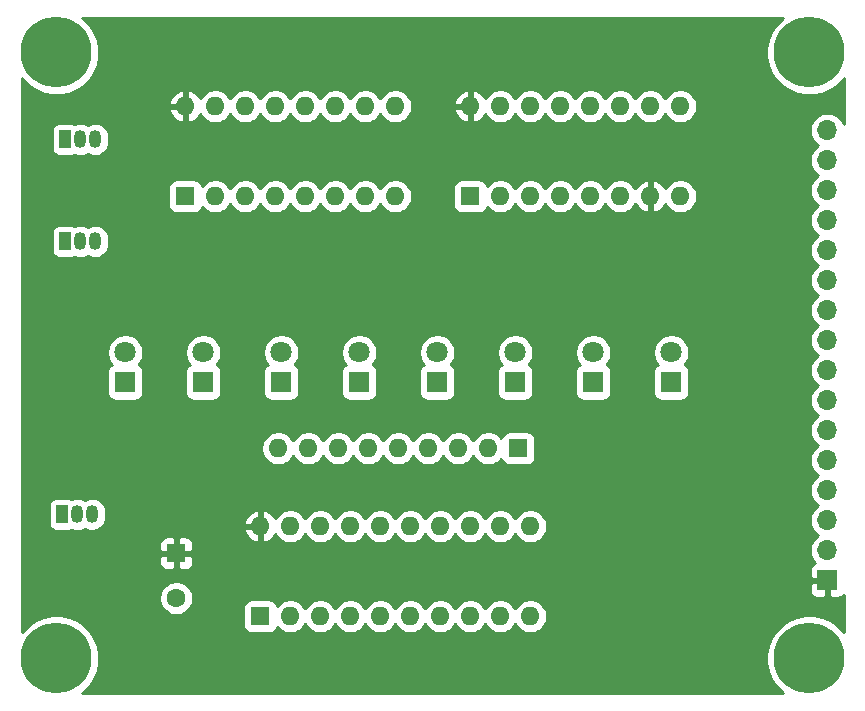
<source format=gbr>
%TF.GenerationSoftware,KiCad,Pcbnew,(5.1.10-1-10_14)*%
%TF.CreationDate,2021-08-01T09:05:42-04:00*%
%TF.ProjectId,COUNTER,434f554e-5445-4522-9e6b-696361645f70,rev?*%
%TF.SameCoordinates,Original*%
%TF.FileFunction,Copper,L3,Inr*%
%TF.FilePolarity,Positive*%
%FSLAX46Y46*%
G04 Gerber Fmt 4.6, Leading zero omitted, Abs format (unit mm)*
G04 Created by KiCad (PCBNEW (5.1.10-1-10_14)) date 2021-08-01 09:05:42*
%MOMM*%
%LPD*%
G01*
G04 APERTURE LIST*
%TA.AperFunction,ComponentPad*%
%ADD10R,1.700000X1.700000*%
%TD*%
%TA.AperFunction,ComponentPad*%
%ADD11O,1.700000X1.700000*%
%TD*%
%TA.AperFunction,ComponentPad*%
%ADD12C,1.600000*%
%TD*%
%TA.AperFunction,ComponentPad*%
%ADD13R,1.600000X1.600000*%
%TD*%
%TA.AperFunction,ComponentPad*%
%ADD14R,1.050000X1.500000*%
%TD*%
%TA.AperFunction,ComponentPad*%
%ADD15O,1.050000X1.500000*%
%TD*%
%TA.AperFunction,ComponentPad*%
%ADD16O,1.600000X1.600000*%
%TD*%
%TA.AperFunction,ComponentPad*%
%ADD17C,1.800000*%
%TD*%
%TA.AperFunction,ComponentPad*%
%ADD18R,1.800000X1.800000*%
%TD*%
%TA.AperFunction,ComponentPad*%
%ADD19C,0.800000*%
%TD*%
%TA.AperFunction,ComponentPad*%
%ADD20C,6.000000*%
%TD*%
%TA.AperFunction,Conductor*%
%ADD21C,0.254000*%
%TD*%
%TA.AperFunction,Conductor*%
%ADD22C,0.100000*%
%TD*%
G04 APERTURE END LIST*
D10*
%TO.N,VCC*%
%TO.C,J22*%
X148145500Y-74104500D03*
D11*
%TO.N,GND*%
X148145500Y-71564500D03*
%TO.N,BUS_00*%
X148145500Y-69024500D03*
%TO.N,BUS_01*%
X148145500Y-66484500D03*
%TO.N,BUS_02*%
X148145500Y-63944500D03*
%TO.N,BUS_03*%
X148145500Y-61404500D03*
%TO.N,BUS_04*%
X148145500Y-58864500D03*
%TO.N,BUS_05*%
X148145500Y-56324500D03*
%TO.N,BUS_06*%
X148145500Y-53784500D03*
%TO.N,BUS_07*%
X148145500Y-51244500D03*
%TO.N,JUMP*%
X148145500Y-48704500D03*
%TO.N,RESET*%
X148145500Y-46164500D03*
%TO.N,CLOCK*%
X148145500Y-43624500D03*
%TO.N,OE*%
X148145500Y-41084500D03*
%TO.N,CE*%
X148145500Y-38544500D03*
%TO.N,CARRY_OUT*%
X148145500Y-36004500D03*
%TD*%
D12*
%TO.N,GND*%
%TO.C,C10*%
X93027500Y-75618500D03*
D13*
%TO.N,VCC*%
X93027500Y-71818500D03*
%TD*%
D14*
%TO.N,GND*%
%TO.C,Q3*%
X83629500Y-45402500D03*
D15*
%TO.N,!RESET*%
X86169500Y-45402500D03*
%TO.N,RESET*%
X84899500Y-45402500D03*
%TD*%
D14*
%TO.N,GND*%
%TO.C,Q2*%
X83375500Y-68516500D03*
D15*
%TO.N,!OE*%
X85915500Y-68516500D03*
%TO.N,OE*%
X84645500Y-68516500D03*
%TD*%
D14*
%TO.N,GND*%
%TO.C,Q1*%
X83629500Y-36766500D03*
D15*
%TO.N,!JUMP*%
X86169500Y-36766500D03*
%TO.N,JUMP*%
X84899500Y-36766500D03*
%TD*%
D16*
%TO.N,Net-(D1-Pad1)*%
%TO.C,RN1*%
X101663500Y-62928500D03*
%TO.N,Net-(D2-Pad1)*%
X104203500Y-62928500D03*
%TO.N,Net-(D3-Pad1)*%
X106743500Y-62928500D03*
%TO.N,Net-(D4-Pad1)*%
X109283500Y-62928500D03*
%TO.N,Net-(D5-Pad1)*%
X111823500Y-62928500D03*
%TO.N,Net-(D6-Pad1)*%
X114363500Y-62928500D03*
%TO.N,Net-(D7-Pad1)*%
X116903500Y-62928500D03*
%TO.N,Net-(D8-Pad1)*%
X119443500Y-62928500D03*
D13*
%TO.N,GND*%
X121983500Y-62928500D03*
%TD*%
D17*
%TO.N,B7*%
%TO.C,D8*%
X134937500Y-54800500D03*
D18*
%TO.N,Net-(D8-Pad1)*%
X134937500Y-57340500D03*
%TD*%
D17*
%TO.N,B6*%
%TO.C,D7*%
X128333500Y-54800500D03*
D18*
%TO.N,Net-(D7-Pad1)*%
X128333500Y-57340500D03*
%TD*%
D17*
%TO.N,B5*%
%TO.C,D6*%
X121729500Y-54800500D03*
D18*
%TO.N,Net-(D6-Pad1)*%
X121729500Y-57340500D03*
%TD*%
D17*
%TO.N,B4*%
%TO.C,D5*%
X115125500Y-54800500D03*
D18*
%TO.N,Net-(D5-Pad1)*%
X115125500Y-57340500D03*
%TD*%
D17*
%TO.N,B3*%
%TO.C,D4*%
X108521500Y-54800500D03*
D18*
%TO.N,Net-(D4-Pad1)*%
X108521500Y-57340500D03*
%TD*%
D17*
%TO.N,B2*%
%TO.C,D3*%
X101917500Y-54800500D03*
D18*
%TO.N,Net-(D3-Pad1)*%
X101917500Y-57340500D03*
%TD*%
D17*
%TO.N,B1*%
%TO.C,D2*%
X95313500Y-54800500D03*
D18*
%TO.N,Net-(D2-Pad1)*%
X95313500Y-57340500D03*
%TD*%
D17*
%TO.N,B0*%
%TO.C,D1*%
X88709500Y-54800500D03*
D18*
%TO.N,Net-(D1-Pad1)*%
X88709500Y-57340500D03*
%TD*%
D19*
%TO.N,N/C*%
%TO.C,REF\u002A\u002A*%
X84458490Y-79117510D03*
X82867500Y-78458500D03*
X81276510Y-79117510D03*
X80617500Y-80708500D03*
X81276510Y-82299490D03*
X82867500Y-82958500D03*
X84458490Y-82299490D03*
X85117500Y-80708500D03*
D20*
X82867500Y-80708500D03*
%TD*%
%TO.N,N/C*%
%TO.C,REF\u002A\u002A*%
X82867500Y-29400500D03*
D19*
X85117500Y-29400500D03*
X84458490Y-30991490D03*
X82867500Y-31650500D03*
X81276510Y-30991490D03*
X80617500Y-29400500D03*
X81276510Y-27809510D03*
X82867500Y-27150500D03*
X84458490Y-27809510D03*
%TD*%
D20*
%TO.N,N/C*%
%TO.C,REF\u002A\u002A*%
X146621500Y-80708500D03*
D19*
X148871500Y-80708500D03*
X148212490Y-82299490D03*
X146621500Y-82958500D03*
X145030510Y-82299490D03*
X144371500Y-80708500D03*
X145030510Y-79117510D03*
X146621500Y-78458500D03*
X148212490Y-79117510D03*
%TD*%
%TO.N,N/C*%
%TO.C,REF\u002A\u002A*%
X148212490Y-27809510D03*
X146621500Y-27150500D03*
X145030510Y-27809510D03*
X144371500Y-29400500D03*
X145030510Y-30991490D03*
X146621500Y-31650500D03*
X148212490Y-30991490D03*
X148871500Y-29400500D03*
D20*
X146621500Y-29400500D03*
%TD*%
D16*
%TO.N,VCC*%
%TO.C,U14*%
X93789500Y-33972500D03*
%TO.N,GND*%
X111569500Y-41592500D03*
%TO.N,Net-(U12-Pad10)*%
X96329500Y-33972500D03*
%TO.N,CE*%
X109029500Y-41592500D03*
%TO.N,B0*%
X98869500Y-33972500D03*
%TO.N,BUS_03*%
X106489500Y-41592500D03*
%TO.N,B1*%
X101409500Y-33972500D03*
%TO.N,BUS_02*%
X103949500Y-41592500D03*
%TO.N,B2*%
X103949500Y-33972500D03*
%TO.N,BUS_01*%
X101409500Y-41592500D03*
%TO.N,B3*%
X106489500Y-33972500D03*
%TO.N,BUS_00*%
X98869500Y-41592500D03*
%TO.N,CE*%
X109029500Y-33972500D03*
%TO.N,CLOCK*%
X96329500Y-41592500D03*
%TO.N,!JUMP*%
X111569500Y-33972500D03*
D13*
%TO.N,!RESET*%
X93789500Y-41592500D03*
%TD*%
D16*
%TO.N,VCC*%
%TO.C,U47*%
X100139500Y-69532500D03*
%TO.N,GND*%
X122999500Y-77152500D03*
%TO.N,!OE*%
X102679500Y-69532500D03*
%TO.N,BUS_00*%
X120459500Y-77152500D03*
%TO.N,B0*%
X105219500Y-69532500D03*
%TO.N,BUS_01*%
X117919500Y-77152500D03*
%TO.N,B1*%
X107759500Y-69532500D03*
%TO.N,BUS_02*%
X115379500Y-77152500D03*
%TO.N,B2*%
X110299500Y-69532500D03*
%TO.N,BUS_03*%
X112839500Y-77152500D03*
%TO.N,B3*%
X112839500Y-69532500D03*
%TO.N,BUS_04*%
X110299500Y-77152500D03*
%TO.N,B4*%
X115379500Y-69532500D03*
%TO.N,BUS_05*%
X107759500Y-77152500D03*
%TO.N,B5*%
X117919500Y-69532500D03*
%TO.N,BUS_06*%
X105219500Y-77152500D03*
%TO.N,B6*%
X120459500Y-69532500D03*
%TO.N,BUS_07*%
X102679500Y-77152500D03*
%TO.N,B7*%
X122999500Y-69532500D03*
D13*
%TO.N,GND*%
X100139500Y-77152500D03*
%TD*%
D16*
%TO.N,VCC*%
%TO.C,U12*%
X117919500Y-33972500D03*
%TO.N,GND*%
X135699500Y-41592500D03*
%TO.N,CARRY_OUT*%
X120459500Y-33972500D03*
%TO.N,VCC*%
X133159500Y-41592500D03*
%TO.N,B4*%
X122999500Y-33972500D03*
%TO.N,BUS_07*%
X130619500Y-41592500D03*
%TO.N,B5*%
X125539500Y-33972500D03*
%TO.N,BUS_06*%
X128079500Y-41592500D03*
%TO.N,B6*%
X128079500Y-33972500D03*
%TO.N,BUS_05*%
X125539500Y-41592500D03*
%TO.N,B7*%
X130619500Y-33972500D03*
%TO.N,BUS_04*%
X122999500Y-41592500D03*
%TO.N,Net-(U12-Pad10)*%
X133159500Y-33972500D03*
%TO.N,CLOCK*%
X120459500Y-41592500D03*
%TO.N,!JUMP*%
X135699500Y-33972500D03*
D13*
%TO.N,!RESET*%
X117919500Y-41592500D03*
%TD*%
D21*
%TO.N,VCC*%
X144304323Y-26577011D02*
X143798011Y-27083323D01*
X143400205Y-27678682D01*
X143126191Y-28340210D01*
X142986500Y-29042484D01*
X142986500Y-29758516D01*
X143126191Y-30460790D01*
X143400205Y-31122318D01*
X143798011Y-31717677D01*
X144304323Y-32223989D01*
X144899682Y-32621795D01*
X145561210Y-32895809D01*
X146263484Y-33035500D01*
X146979516Y-33035500D01*
X147681790Y-32895809D01*
X148343318Y-32621795D01*
X148938677Y-32223989D01*
X149444989Y-31717677D01*
X149517501Y-31609155D01*
X149517501Y-35436312D01*
X149461490Y-35301089D01*
X149298975Y-35057868D01*
X149092132Y-34851025D01*
X148848911Y-34688510D01*
X148578658Y-34576568D01*
X148291760Y-34519500D01*
X147999240Y-34519500D01*
X147712342Y-34576568D01*
X147442089Y-34688510D01*
X147198868Y-34851025D01*
X146992025Y-35057868D01*
X146829510Y-35301089D01*
X146717568Y-35571342D01*
X146660500Y-35858240D01*
X146660500Y-36150760D01*
X146717568Y-36437658D01*
X146829510Y-36707911D01*
X146992025Y-36951132D01*
X147198868Y-37157975D01*
X147373260Y-37274500D01*
X147198868Y-37391025D01*
X146992025Y-37597868D01*
X146829510Y-37841089D01*
X146717568Y-38111342D01*
X146660500Y-38398240D01*
X146660500Y-38690760D01*
X146717568Y-38977658D01*
X146829510Y-39247911D01*
X146992025Y-39491132D01*
X147198868Y-39697975D01*
X147373260Y-39814500D01*
X147198868Y-39931025D01*
X146992025Y-40137868D01*
X146829510Y-40381089D01*
X146717568Y-40651342D01*
X146660500Y-40938240D01*
X146660500Y-41230760D01*
X146717568Y-41517658D01*
X146829510Y-41787911D01*
X146992025Y-42031132D01*
X147198868Y-42237975D01*
X147373260Y-42354500D01*
X147198868Y-42471025D01*
X146992025Y-42677868D01*
X146829510Y-42921089D01*
X146717568Y-43191342D01*
X146660500Y-43478240D01*
X146660500Y-43770760D01*
X146717568Y-44057658D01*
X146829510Y-44327911D01*
X146992025Y-44571132D01*
X147198868Y-44777975D01*
X147373260Y-44894500D01*
X147198868Y-45011025D01*
X146992025Y-45217868D01*
X146829510Y-45461089D01*
X146717568Y-45731342D01*
X146660500Y-46018240D01*
X146660500Y-46310760D01*
X146717568Y-46597658D01*
X146829510Y-46867911D01*
X146992025Y-47111132D01*
X147198868Y-47317975D01*
X147373260Y-47434500D01*
X147198868Y-47551025D01*
X146992025Y-47757868D01*
X146829510Y-48001089D01*
X146717568Y-48271342D01*
X146660500Y-48558240D01*
X146660500Y-48850760D01*
X146717568Y-49137658D01*
X146829510Y-49407911D01*
X146992025Y-49651132D01*
X147198868Y-49857975D01*
X147373260Y-49974500D01*
X147198868Y-50091025D01*
X146992025Y-50297868D01*
X146829510Y-50541089D01*
X146717568Y-50811342D01*
X146660500Y-51098240D01*
X146660500Y-51390760D01*
X146717568Y-51677658D01*
X146829510Y-51947911D01*
X146992025Y-52191132D01*
X147198868Y-52397975D01*
X147373260Y-52514500D01*
X147198868Y-52631025D01*
X146992025Y-52837868D01*
X146829510Y-53081089D01*
X146717568Y-53351342D01*
X146660500Y-53638240D01*
X146660500Y-53930760D01*
X146717568Y-54217658D01*
X146829510Y-54487911D01*
X146992025Y-54731132D01*
X147198868Y-54937975D01*
X147373260Y-55054500D01*
X147198868Y-55171025D01*
X146992025Y-55377868D01*
X146829510Y-55621089D01*
X146717568Y-55891342D01*
X146660500Y-56178240D01*
X146660500Y-56470760D01*
X146717568Y-56757658D01*
X146829510Y-57027911D01*
X146992025Y-57271132D01*
X147198868Y-57477975D01*
X147373260Y-57594500D01*
X147198868Y-57711025D01*
X146992025Y-57917868D01*
X146829510Y-58161089D01*
X146717568Y-58431342D01*
X146660500Y-58718240D01*
X146660500Y-59010760D01*
X146717568Y-59297658D01*
X146829510Y-59567911D01*
X146992025Y-59811132D01*
X147198868Y-60017975D01*
X147373260Y-60134500D01*
X147198868Y-60251025D01*
X146992025Y-60457868D01*
X146829510Y-60701089D01*
X146717568Y-60971342D01*
X146660500Y-61258240D01*
X146660500Y-61550760D01*
X146717568Y-61837658D01*
X146829510Y-62107911D01*
X146992025Y-62351132D01*
X147198868Y-62557975D01*
X147373260Y-62674500D01*
X147198868Y-62791025D01*
X146992025Y-62997868D01*
X146829510Y-63241089D01*
X146717568Y-63511342D01*
X146660500Y-63798240D01*
X146660500Y-64090760D01*
X146717568Y-64377658D01*
X146829510Y-64647911D01*
X146992025Y-64891132D01*
X147198868Y-65097975D01*
X147373260Y-65214500D01*
X147198868Y-65331025D01*
X146992025Y-65537868D01*
X146829510Y-65781089D01*
X146717568Y-66051342D01*
X146660500Y-66338240D01*
X146660500Y-66630760D01*
X146717568Y-66917658D01*
X146829510Y-67187911D01*
X146992025Y-67431132D01*
X147198868Y-67637975D01*
X147373260Y-67754500D01*
X147198868Y-67871025D01*
X146992025Y-68077868D01*
X146829510Y-68321089D01*
X146717568Y-68591342D01*
X146660500Y-68878240D01*
X146660500Y-69170760D01*
X146717568Y-69457658D01*
X146829510Y-69727911D01*
X146992025Y-69971132D01*
X147198868Y-70177975D01*
X147373260Y-70294500D01*
X147198868Y-70411025D01*
X146992025Y-70617868D01*
X146829510Y-70861089D01*
X146717568Y-71131342D01*
X146660500Y-71418240D01*
X146660500Y-71710760D01*
X146717568Y-71997658D01*
X146829510Y-72267911D01*
X146992025Y-72511132D01*
X147123880Y-72642987D01*
X147051320Y-72664998D01*
X146941006Y-72723963D01*
X146844315Y-72803315D01*
X146764963Y-72900006D01*
X146705998Y-73010320D01*
X146669688Y-73130018D01*
X146657428Y-73254500D01*
X146660500Y-73818750D01*
X146819250Y-73977500D01*
X148018500Y-73977500D01*
X148018500Y-73957500D01*
X148272500Y-73957500D01*
X148272500Y-73977500D01*
X148292500Y-73977500D01*
X148292500Y-74231500D01*
X148272500Y-74231500D01*
X148272500Y-75430750D01*
X148431250Y-75589500D01*
X148995500Y-75592572D01*
X149119982Y-75580312D01*
X149239680Y-75544002D01*
X149349994Y-75485037D01*
X149446685Y-75405685D01*
X149517500Y-75319396D01*
X149517500Y-78499844D01*
X149444989Y-78391323D01*
X148938677Y-77885011D01*
X148343318Y-77487205D01*
X147681790Y-77213191D01*
X146979516Y-77073500D01*
X146263484Y-77073500D01*
X145561210Y-77213191D01*
X144899682Y-77487205D01*
X144304323Y-77885011D01*
X143798011Y-78391323D01*
X143400205Y-78986682D01*
X143126191Y-79648210D01*
X142986500Y-80350484D01*
X142986500Y-81066516D01*
X143126191Y-81768790D01*
X143400205Y-82430318D01*
X143798011Y-83025677D01*
X144304323Y-83531989D01*
X144412843Y-83604500D01*
X85076157Y-83604500D01*
X85184677Y-83531989D01*
X85690989Y-83025677D01*
X86088795Y-82430318D01*
X86362809Y-81768790D01*
X86502500Y-81066516D01*
X86502500Y-80350484D01*
X86362809Y-79648210D01*
X86088795Y-78986682D01*
X85690989Y-78391323D01*
X85184677Y-77885011D01*
X84589318Y-77487205D01*
X83927790Y-77213191D01*
X83225516Y-77073500D01*
X82509484Y-77073500D01*
X81807210Y-77213191D01*
X81145682Y-77487205D01*
X80550323Y-77885011D01*
X80044011Y-78391323D01*
X79971500Y-78499843D01*
X79971500Y-75477165D01*
X91592500Y-75477165D01*
X91592500Y-75759835D01*
X91647647Y-76037074D01*
X91755820Y-76298227D01*
X91912863Y-76533259D01*
X92112741Y-76733137D01*
X92347773Y-76890180D01*
X92608926Y-76998353D01*
X92886165Y-77053500D01*
X93168835Y-77053500D01*
X93446074Y-76998353D01*
X93707227Y-76890180D01*
X93942259Y-76733137D01*
X94142137Y-76533259D01*
X94262916Y-76352500D01*
X98701428Y-76352500D01*
X98701428Y-77952500D01*
X98713688Y-78076982D01*
X98749998Y-78196680D01*
X98808963Y-78306994D01*
X98888315Y-78403685D01*
X98985006Y-78483037D01*
X99095320Y-78542002D01*
X99215018Y-78578312D01*
X99339500Y-78590572D01*
X100939500Y-78590572D01*
X101063982Y-78578312D01*
X101183680Y-78542002D01*
X101293994Y-78483037D01*
X101390685Y-78403685D01*
X101470037Y-78306994D01*
X101529002Y-78196680D01*
X101565312Y-78076982D01*
X101566143Y-78068539D01*
X101764741Y-78267137D01*
X101999773Y-78424180D01*
X102260926Y-78532353D01*
X102538165Y-78587500D01*
X102820835Y-78587500D01*
X103098074Y-78532353D01*
X103359227Y-78424180D01*
X103594259Y-78267137D01*
X103794137Y-78067259D01*
X103949500Y-77834741D01*
X104104863Y-78067259D01*
X104304741Y-78267137D01*
X104539773Y-78424180D01*
X104800926Y-78532353D01*
X105078165Y-78587500D01*
X105360835Y-78587500D01*
X105638074Y-78532353D01*
X105899227Y-78424180D01*
X106134259Y-78267137D01*
X106334137Y-78067259D01*
X106489500Y-77834741D01*
X106644863Y-78067259D01*
X106844741Y-78267137D01*
X107079773Y-78424180D01*
X107340926Y-78532353D01*
X107618165Y-78587500D01*
X107900835Y-78587500D01*
X108178074Y-78532353D01*
X108439227Y-78424180D01*
X108674259Y-78267137D01*
X108874137Y-78067259D01*
X109029500Y-77834741D01*
X109184863Y-78067259D01*
X109384741Y-78267137D01*
X109619773Y-78424180D01*
X109880926Y-78532353D01*
X110158165Y-78587500D01*
X110440835Y-78587500D01*
X110718074Y-78532353D01*
X110979227Y-78424180D01*
X111214259Y-78267137D01*
X111414137Y-78067259D01*
X111569500Y-77834741D01*
X111724863Y-78067259D01*
X111924741Y-78267137D01*
X112159773Y-78424180D01*
X112420926Y-78532353D01*
X112698165Y-78587500D01*
X112980835Y-78587500D01*
X113258074Y-78532353D01*
X113519227Y-78424180D01*
X113754259Y-78267137D01*
X113954137Y-78067259D01*
X114109500Y-77834741D01*
X114264863Y-78067259D01*
X114464741Y-78267137D01*
X114699773Y-78424180D01*
X114960926Y-78532353D01*
X115238165Y-78587500D01*
X115520835Y-78587500D01*
X115798074Y-78532353D01*
X116059227Y-78424180D01*
X116294259Y-78267137D01*
X116494137Y-78067259D01*
X116649500Y-77834741D01*
X116804863Y-78067259D01*
X117004741Y-78267137D01*
X117239773Y-78424180D01*
X117500926Y-78532353D01*
X117778165Y-78587500D01*
X118060835Y-78587500D01*
X118338074Y-78532353D01*
X118599227Y-78424180D01*
X118834259Y-78267137D01*
X119034137Y-78067259D01*
X119189500Y-77834741D01*
X119344863Y-78067259D01*
X119544741Y-78267137D01*
X119779773Y-78424180D01*
X120040926Y-78532353D01*
X120318165Y-78587500D01*
X120600835Y-78587500D01*
X120878074Y-78532353D01*
X121139227Y-78424180D01*
X121374259Y-78267137D01*
X121574137Y-78067259D01*
X121729500Y-77834741D01*
X121884863Y-78067259D01*
X122084741Y-78267137D01*
X122319773Y-78424180D01*
X122580926Y-78532353D01*
X122858165Y-78587500D01*
X123140835Y-78587500D01*
X123418074Y-78532353D01*
X123679227Y-78424180D01*
X123914259Y-78267137D01*
X124114137Y-78067259D01*
X124271180Y-77832227D01*
X124379353Y-77571074D01*
X124434500Y-77293835D01*
X124434500Y-77011165D01*
X124379353Y-76733926D01*
X124271180Y-76472773D01*
X124114137Y-76237741D01*
X123914259Y-76037863D01*
X123679227Y-75880820D01*
X123418074Y-75772647D01*
X123140835Y-75717500D01*
X122858165Y-75717500D01*
X122580926Y-75772647D01*
X122319773Y-75880820D01*
X122084741Y-76037863D01*
X121884863Y-76237741D01*
X121729500Y-76470259D01*
X121574137Y-76237741D01*
X121374259Y-76037863D01*
X121139227Y-75880820D01*
X120878074Y-75772647D01*
X120600835Y-75717500D01*
X120318165Y-75717500D01*
X120040926Y-75772647D01*
X119779773Y-75880820D01*
X119544741Y-76037863D01*
X119344863Y-76237741D01*
X119189500Y-76470259D01*
X119034137Y-76237741D01*
X118834259Y-76037863D01*
X118599227Y-75880820D01*
X118338074Y-75772647D01*
X118060835Y-75717500D01*
X117778165Y-75717500D01*
X117500926Y-75772647D01*
X117239773Y-75880820D01*
X117004741Y-76037863D01*
X116804863Y-76237741D01*
X116649500Y-76470259D01*
X116494137Y-76237741D01*
X116294259Y-76037863D01*
X116059227Y-75880820D01*
X115798074Y-75772647D01*
X115520835Y-75717500D01*
X115238165Y-75717500D01*
X114960926Y-75772647D01*
X114699773Y-75880820D01*
X114464741Y-76037863D01*
X114264863Y-76237741D01*
X114109500Y-76470259D01*
X113954137Y-76237741D01*
X113754259Y-76037863D01*
X113519227Y-75880820D01*
X113258074Y-75772647D01*
X112980835Y-75717500D01*
X112698165Y-75717500D01*
X112420926Y-75772647D01*
X112159773Y-75880820D01*
X111924741Y-76037863D01*
X111724863Y-76237741D01*
X111569500Y-76470259D01*
X111414137Y-76237741D01*
X111214259Y-76037863D01*
X110979227Y-75880820D01*
X110718074Y-75772647D01*
X110440835Y-75717500D01*
X110158165Y-75717500D01*
X109880926Y-75772647D01*
X109619773Y-75880820D01*
X109384741Y-76037863D01*
X109184863Y-76237741D01*
X109029500Y-76470259D01*
X108874137Y-76237741D01*
X108674259Y-76037863D01*
X108439227Y-75880820D01*
X108178074Y-75772647D01*
X107900835Y-75717500D01*
X107618165Y-75717500D01*
X107340926Y-75772647D01*
X107079773Y-75880820D01*
X106844741Y-76037863D01*
X106644863Y-76237741D01*
X106489500Y-76470259D01*
X106334137Y-76237741D01*
X106134259Y-76037863D01*
X105899227Y-75880820D01*
X105638074Y-75772647D01*
X105360835Y-75717500D01*
X105078165Y-75717500D01*
X104800926Y-75772647D01*
X104539773Y-75880820D01*
X104304741Y-76037863D01*
X104104863Y-76237741D01*
X103949500Y-76470259D01*
X103794137Y-76237741D01*
X103594259Y-76037863D01*
X103359227Y-75880820D01*
X103098074Y-75772647D01*
X102820835Y-75717500D01*
X102538165Y-75717500D01*
X102260926Y-75772647D01*
X101999773Y-75880820D01*
X101764741Y-76037863D01*
X101566143Y-76236461D01*
X101565312Y-76228018D01*
X101529002Y-76108320D01*
X101470037Y-75998006D01*
X101390685Y-75901315D01*
X101293994Y-75821963D01*
X101183680Y-75762998D01*
X101063982Y-75726688D01*
X100939500Y-75714428D01*
X99339500Y-75714428D01*
X99215018Y-75726688D01*
X99095320Y-75762998D01*
X98985006Y-75821963D01*
X98888315Y-75901315D01*
X98808963Y-75998006D01*
X98749998Y-76108320D01*
X98713688Y-76228018D01*
X98701428Y-76352500D01*
X94262916Y-76352500D01*
X94299180Y-76298227D01*
X94407353Y-76037074D01*
X94462500Y-75759835D01*
X94462500Y-75477165D01*
X94407353Y-75199926D01*
X94305695Y-74954500D01*
X146657428Y-74954500D01*
X146669688Y-75078982D01*
X146705998Y-75198680D01*
X146764963Y-75308994D01*
X146844315Y-75405685D01*
X146941006Y-75485037D01*
X147051320Y-75544002D01*
X147171018Y-75580312D01*
X147295500Y-75592572D01*
X147859750Y-75589500D01*
X148018500Y-75430750D01*
X148018500Y-74231500D01*
X146819250Y-74231500D01*
X146660500Y-74390250D01*
X146657428Y-74954500D01*
X94305695Y-74954500D01*
X94299180Y-74938773D01*
X94142137Y-74703741D01*
X93942259Y-74503863D01*
X93707227Y-74346820D01*
X93446074Y-74238647D01*
X93168835Y-74183500D01*
X92886165Y-74183500D01*
X92608926Y-74238647D01*
X92347773Y-74346820D01*
X92112741Y-74503863D01*
X91912863Y-74703741D01*
X91755820Y-74938773D01*
X91647647Y-75199926D01*
X91592500Y-75477165D01*
X79971500Y-75477165D01*
X79971500Y-72618500D01*
X91589428Y-72618500D01*
X91601688Y-72742982D01*
X91637998Y-72862680D01*
X91696963Y-72972994D01*
X91776315Y-73069685D01*
X91873006Y-73149037D01*
X91983320Y-73208002D01*
X92103018Y-73244312D01*
X92227500Y-73256572D01*
X92741750Y-73253500D01*
X92900500Y-73094750D01*
X92900500Y-71945500D01*
X93154500Y-71945500D01*
X93154500Y-73094750D01*
X93313250Y-73253500D01*
X93827500Y-73256572D01*
X93951982Y-73244312D01*
X94071680Y-73208002D01*
X94181994Y-73149037D01*
X94278685Y-73069685D01*
X94358037Y-72972994D01*
X94417002Y-72862680D01*
X94453312Y-72742982D01*
X94465572Y-72618500D01*
X94462500Y-72104250D01*
X94303750Y-71945500D01*
X93154500Y-71945500D01*
X92900500Y-71945500D01*
X91751250Y-71945500D01*
X91592500Y-72104250D01*
X91589428Y-72618500D01*
X79971500Y-72618500D01*
X79971500Y-71018500D01*
X91589428Y-71018500D01*
X91592500Y-71532750D01*
X91751250Y-71691500D01*
X92900500Y-71691500D01*
X92900500Y-70542250D01*
X93154500Y-70542250D01*
X93154500Y-71691500D01*
X94303750Y-71691500D01*
X94462500Y-71532750D01*
X94465572Y-71018500D01*
X94453312Y-70894018D01*
X94417002Y-70774320D01*
X94358037Y-70664006D01*
X94278685Y-70567315D01*
X94181994Y-70487963D01*
X94071680Y-70428998D01*
X93951982Y-70392688D01*
X93827500Y-70380428D01*
X93313250Y-70383500D01*
X93154500Y-70542250D01*
X92900500Y-70542250D01*
X92741750Y-70383500D01*
X92227500Y-70380428D01*
X92103018Y-70392688D01*
X91983320Y-70428998D01*
X91873006Y-70487963D01*
X91776315Y-70567315D01*
X91696963Y-70664006D01*
X91637998Y-70774320D01*
X91601688Y-70894018D01*
X91589428Y-71018500D01*
X79971500Y-71018500D01*
X79971500Y-67766500D01*
X82212428Y-67766500D01*
X82212428Y-69266500D01*
X82224688Y-69390982D01*
X82260998Y-69510680D01*
X82319963Y-69620994D01*
X82399315Y-69717685D01*
X82496006Y-69797037D01*
X82606320Y-69856002D01*
X82726018Y-69892312D01*
X82850500Y-69904572D01*
X83900500Y-69904572D01*
X84024982Y-69892312D01*
X84144680Y-69856002D01*
X84209402Y-69821407D01*
X84418101Y-69884715D01*
X84645500Y-69907112D01*
X84872900Y-69884715D01*
X85091560Y-69818385D01*
X85280500Y-69717394D01*
X85469441Y-69818385D01*
X85688101Y-69884715D01*
X85915500Y-69907112D01*
X86142900Y-69884715D01*
X86153366Y-69881540D01*
X98747591Y-69881540D01*
X98842430Y-70146381D01*
X98987115Y-70387631D01*
X99176086Y-70596019D01*
X99402080Y-70763537D01*
X99656413Y-70883746D01*
X99790461Y-70924404D01*
X100012500Y-70802415D01*
X100012500Y-69659500D01*
X98868876Y-69659500D01*
X98747591Y-69881540D01*
X86153366Y-69881540D01*
X86361560Y-69818385D01*
X86563079Y-69710671D01*
X86739712Y-69565712D01*
X86884671Y-69389079D01*
X86992385Y-69187559D01*
X86993628Y-69183460D01*
X98747591Y-69183460D01*
X98868876Y-69405500D01*
X100012500Y-69405500D01*
X100012500Y-68262585D01*
X100266500Y-68262585D01*
X100266500Y-69405500D01*
X100286500Y-69405500D01*
X100286500Y-69659500D01*
X100266500Y-69659500D01*
X100266500Y-70802415D01*
X100488539Y-70924404D01*
X100622587Y-70883746D01*
X100876920Y-70763537D01*
X101102914Y-70596019D01*
X101291885Y-70387631D01*
X101403433Y-70201635D01*
X101407820Y-70212227D01*
X101564863Y-70447259D01*
X101764741Y-70647137D01*
X101999773Y-70804180D01*
X102260926Y-70912353D01*
X102538165Y-70967500D01*
X102820835Y-70967500D01*
X103098074Y-70912353D01*
X103359227Y-70804180D01*
X103594259Y-70647137D01*
X103794137Y-70447259D01*
X103949500Y-70214741D01*
X104104863Y-70447259D01*
X104304741Y-70647137D01*
X104539773Y-70804180D01*
X104800926Y-70912353D01*
X105078165Y-70967500D01*
X105360835Y-70967500D01*
X105638074Y-70912353D01*
X105899227Y-70804180D01*
X106134259Y-70647137D01*
X106334137Y-70447259D01*
X106489500Y-70214741D01*
X106644863Y-70447259D01*
X106844741Y-70647137D01*
X107079773Y-70804180D01*
X107340926Y-70912353D01*
X107618165Y-70967500D01*
X107900835Y-70967500D01*
X108178074Y-70912353D01*
X108439227Y-70804180D01*
X108674259Y-70647137D01*
X108874137Y-70447259D01*
X109029500Y-70214741D01*
X109184863Y-70447259D01*
X109384741Y-70647137D01*
X109619773Y-70804180D01*
X109880926Y-70912353D01*
X110158165Y-70967500D01*
X110440835Y-70967500D01*
X110718074Y-70912353D01*
X110979227Y-70804180D01*
X111214259Y-70647137D01*
X111414137Y-70447259D01*
X111569500Y-70214741D01*
X111724863Y-70447259D01*
X111924741Y-70647137D01*
X112159773Y-70804180D01*
X112420926Y-70912353D01*
X112698165Y-70967500D01*
X112980835Y-70967500D01*
X113258074Y-70912353D01*
X113519227Y-70804180D01*
X113754259Y-70647137D01*
X113954137Y-70447259D01*
X114109500Y-70214741D01*
X114264863Y-70447259D01*
X114464741Y-70647137D01*
X114699773Y-70804180D01*
X114960926Y-70912353D01*
X115238165Y-70967500D01*
X115520835Y-70967500D01*
X115798074Y-70912353D01*
X116059227Y-70804180D01*
X116294259Y-70647137D01*
X116494137Y-70447259D01*
X116649500Y-70214741D01*
X116804863Y-70447259D01*
X117004741Y-70647137D01*
X117239773Y-70804180D01*
X117500926Y-70912353D01*
X117778165Y-70967500D01*
X118060835Y-70967500D01*
X118338074Y-70912353D01*
X118599227Y-70804180D01*
X118834259Y-70647137D01*
X119034137Y-70447259D01*
X119189500Y-70214741D01*
X119344863Y-70447259D01*
X119544741Y-70647137D01*
X119779773Y-70804180D01*
X120040926Y-70912353D01*
X120318165Y-70967500D01*
X120600835Y-70967500D01*
X120878074Y-70912353D01*
X121139227Y-70804180D01*
X121374259Y-70647137D01*
X121574137Y-70447259D01*
X121729500Y-70214741D01*
X121884863Y-70447259D01*
X122084741Y-70647137D01*
X122319773Y-70804180D01*
X122580926Y-70912353D01*
X122858165Y-70967500D01*
X123140835Y-70967500D01*
X123418074Y-70912353D01*
X123679227Y-70804180D01*
X123914259Y-70647137D01*
X124114137Y-70447259D01*
X124271180Y-70212227D01*
X124379353Y-69951074D01*
X124434500Y-69673835D01*
X124434500Y-69391165D01*
X124379353Y-69113926D01*
X124271180Y-68852773D01*
X124114137Y-68617741D01*
X123914259Y-68417863D01*
X123679227Y-68260820D01*
X123418074Y-68152647D01*
X123140835Y-68097500D01*
X122858165Y-68097500D01*
X122580926Y-68152647D01*
X122319773Y-68260820D01*
X122084741Y-68417863D01*
X121884863Y-68617741D01*
X121729500Y-68850259D01*
X121574137Y-68617741D01*
X121374259Y-68417863D01*
X121139227Y-68260820D01*
X120878074Y-68152647D01*
X120600835Y-68097500D01*
X120318165Y-68097500D01*
X120040926Y-68152647D01*
X119779773Y-68260820D01*
X119544741Y-68417863D01*
X119344863Y-68617741D01*
X119189500Y-68850259D01*
X119034137Y-68617741D01*
X118834259Y-68417863D01*
X118599227Y-68260820D01*
X118338074Y-68152647D01*
X118060835Y-68097500D01*
X117778165Y-68097500D01*
X117500926Y-68152647D01*
X117239773Y-68260820D01*
X117004741Y-68417863D01*
X116804863Y-68617741D01*
X116649500Y-68850259D01*
X116494137Y-68617741D01*
X116294259Y-68417863D01*
X116059227Y-68260820D01*
X115798074Y-68152647D01*
X115520835Y-68097500D01*
X115238165Y-68097500D01*
X114960926Y-68152647D01*
X114699773Y-68260820D01*
X114464741Y-68417863D01*
X114264863Y-68617741D01*
X114109500Y-68850259D01*
X113954137Y-68617741D01*
X113754259Y-68417863D01*
X113519227Y-68260820D01*
X113258074Y-68152647D01*
X112980835Y-68097500D01*
X112698165Y-68097500D01*
X112420926Y-68152647D01*
X112159773Y-68260820D01*
X111924741Y-68417863D01*
X111724863Y-68617741D01*
X111569500Y-68850259D01*
X111414137Y-68617741D01*
X111214259Y-68417863D01*
X110979227Y-68260820D01*
X110718074Y-68152647D01*
X110440835Y-68097500D01*
X110158165Y-68097500D01*
X109880926Y-68152647D01*
X109619773Y-68260820D01*
X109384741Y-68417863D01*
X109184863Y-68617741D01*
X109029500Y-68850259D01*
X108874137Y-68617741D01*
X108674259Y-68417863D01*
X108439227Y-68260820D01*
X108178074Y-68152647D01*
X107900835Y-68097500D01*
X107618165Y-68097500D01*
X107340926Y-68152647D01*
X107079773Y-68260820D01*
X106844741Y-68417863D01*
X106644863Y-68617741D01*
X106489500Y-68850259D01*
X106334137Y-68617741D01*
X106134259Y-68417863D01*
X105899227Y-68260820D01*
X105638074Y-68152647D01*
X105360835Y-68097500D01*
X105078165Y-68097500D01*
X104800926Y-68152647D01*
X104539773Y-68260820D01*
X104304741Y-68417863D01*
X104104863Y-68617741D01*
X103949500Y-68850259D01*
X103794137Y-68617741D01*
X103594259Y-68417863D01*
X103359227Y-68260820D01*
X103098074Y-68152647D01*
X102820835Y-68097500D01*
X102538165Y-68097500D01*
X102260926Y-68152647D01*
X101999773Y-68260820D01*
X101764741Y-68417863D01*
X101564863Y-68617741D01*
X101407820Y-68852773D01*
X101403433Y-68863365D01*
X101291885Y-68677369D01*
X101102914Y-68468981D01*
X100876920Y-68301463D01*
X100622587Y-68181254D01*
X100488539Y-68140596D01*
X100266500Y-68262585D01*
X100012500Y-68262585D01*
X99790461Y-68140596D01*
X99656413Y-68181254D01*
X99402080Y-68301463D01*
X99176086Y-68468981D01*
X98987115Y-68677369D01*
X98842430Y-68918619D01*
X98747591Y-69183460D01*
X86993628Y-69183460D01*
X87058715Y-68968899D01*
X87075500Y-68798478D01*
X87075500Y-68234521D01*
X87058715Y-68064100D01*
X86992385Y-67845440D01*
X86884671Y-67643921D01*
X86739712Y-67467288D01*
X86563078Y-67322329D01*
X86361559Y-67214615D01*
X86142899Y-67148285D01*
X85915500Y-67125888D01*
X85688100Y-67148285D01*
X85469440Y-67214615D01*
X85280499Y-67315606D01*
X85091559Y-67214615D01*
X84872899Y-67148285D01*
X84645500Y-67125888D01*
X84418100Y-67148285D01*
X84209402Y-67211593D01*
X84144680Y-67176998D01*
X84024982Y-67140688D01*
X83900500Y-67128428D01*
X82850500Y-67128428D01*
X82726018Y-67140688D01*
X82606320Y-67176998D01*
X82496006Y-67235963D01*
X82399315Y-67315315D01*
X82319963Y-67412006D01*
X82260998Y-67522320D01*
X82224688Y-67642018D01*
X82212428Y-67766500D01*
X79971500Y-67766500D01*
X79971500Y-62787165D01*
X100228500Y-62787165D01*
X100228500Y-63069835D01*
X100283647Y-63347074D01*
X100391820Y-63608227D01*
X100548863Y-63843259D01*
X100748741Y-64043137D01*
X100983773Y-64200180D01*
X101244926Y-64308353D01*
X101522165Y-64363500D01*
X101804835Y-64363500D01*
X102082074Y-64308353D01*
X102343227Y-64200180D01*
X102578259Y-64043137D01*
X102778137Y-63843259D01*
X102933500Y-63610741D01*
X103088863Y-63843259D01*
X103288741Y-64043137D01*
X103523773Y-64200180D01*
X103784926Y-64308353D01*
X104062165Y-64363500D01*
X104344835Y-64363500D01*
X104622074Y-64308353D01*
X104883227Y-64200180D01*
X105118259Y-64043137D01*
X105318137Y-63843259D01*
X105473500Y-63610741D01*
X105628863Y-63843259D01*
X105828741Y-64043137D01*
X106063773Y-64200180D01*
X106324926Y-64308353D01*
X106602165Y-64363500D01*
X106884835Y-64363500D01*
X107162074Y-64308353D01*
X107423227Y-64200180D01*
X107658259Y-64043137D01*
X107858137Y-63843259D01*
X108013500Y-63610741D01*
X108168863Y-63843259D01*
X108368741Y-64043137D01*
X108603773Y-64200180D01*
X108864926Y-64308353D01*
X109142165Y-64363500D01*
X109424835Y-64363500D01*
X109702074Y-64308353D01*
X109963227Y-64200180D01*
X110198259Y-64043137D01*
X110398137Y-63843259D01*
X110553500Y-63610741D01*
X110708863Y-63843259D01*
X110908741Y-64043137D01*
X111143773Y-64200180D01*
X111404926Y-64308353D01*
X111682165Y-64363500D01*
X111964835Y-64363500D01*
X112242074Y-64308353D01*
X112503227Y-64200180D01*
X112738259Y-64043137D01*
X112938137Y-63843259D01*
X113093500Y-63610741D01*
X113248863Y-63843259D01*
X113448741Y-64043137D01*
X113683773Y-64200180D01*
X113944926Y-64308353D01*
X114222165Y-64363500D01*
X114504835Y-64363500D01*
X114782074Y-64308353D01*
X115043227Y-64200180D01*
X115278259Y-64043137D01*
X115478137Y-63843259D01*
X115633500Y-63610741D01*
X115788863Y-63843259D01*
X115988741Y-64043137D01*
X116223773Y-64200180D01*
X116484926Y-64308353D01*
X116762165Y-64363500D01*
X117044835Y-64363500D01*
X117322074Y-64308353D01*
X117583227Y-64200180D01*
X117818259Y-64043137D01*
X118018137Y-63843259D01*
X118173500Y-63610741D01*
X118328863Y-63843259D01*
X118528741Y-64043137D01*
X118763773Y-64200180D01*
X119024926Y-64308353D01*
X119302165Y-64363500D01*
X119584835Y-64363500D01*
X119862074Y-64308353D01*
X120123227Y-64200180D01*
X120358259Y-64043137D01*
X120556857Y-63844539D01*
X120557688Y-63852982D01*
X120593998Y-63972680D01*
X120652963Y-64082994D01*
X120732315Y-64179685D01*
X120829006Y-64259037D01*
X120939320Y-64318002D01*
X121059018Y-64354312D01*
X121183500Y-64366572D01*
X122783500Y-64366572D01*
X122907982Y-64354312D01*
X123027680Y-64318002D01*
X123137994Y-64259037D01*
X123234685Y-64179685D01*
X123314037Y-64082994D01*
X123373002Y-63972680D01*
X123409312Y-63852982D01*
X123421572Y-63728500D01*
X123421572Y-62128500D01*
X123409312Y-62004018D01*
X123373002Y-61884320D01*
X123314037Y-61774006D01*
X123234685Y-61677315D01*
X123137994Y-61597963D01*
X123027680Y-61538998D01*
X122907982Y-61502688D01*
X122783500Y-61490428D01*
X121183500Y-61490428D01*
X121059018Y-61502688D01*
X120939320Y-61538998D01*
X120829006Y-61597963D01*
X120732315Y-61677315D01*
X120652963Y-61774006D01*
X120593998Y-61884320D01*
X120557688Y-62004018D01*
X120556857Y-62012461D01*
X120358259Y-61813863D01*
X120123227Y-61656820D01*
X119862074Y-61548647D01*
X119584835Y-61493500D01*
X119302165Y-61493500D01*
X119024926Y-61548647D01*
X118763773Y-61656820D01*
X118528741Y-61813863D01*
X118328863Y-62013741D01*
X118173500Y-62246259D01*
X118018137Y-62013741D01*
X117818259Y-61813863D01*
X117583227Y-61656820D01*
X117322074Y-61548647D01*
X117044835Y-61493500D01*
X116762165Y-61493500D01*
X116484926Y-61548647D01*
X116223773Y-61656820D01*
X115988741Y-61813863D01*
X115788863Y-62013741D01*
X115633500Y-62246259D01*
X115478137Y-62013741D01*
X115278259Y-61813863D01*
X115043227Y-61656820D01*
X114782074Y-61548647D01*
X114504835Y-61493500D01*
X114222165Y-61493500D01*
X113944926Y-61548647D01*
X113683773Y-61656820D01*
X113448741Y-61813863D01*
X113248863Y-62013741D01*
X113093500Y-62246259D01*
X112938137Y-62013741D01*
X112738259Y-61813863D01*
X112503227Y-61656820D01*
X112242074Y-61548647D01*
X111964835Y-61493500D01*
X111682165Y-61493500D01*
X111404926Y-61548647D01*
X111143773Y-61656820D01*
X110908741Y-61813863D01*
X110708863Y-62013741D01*
X110553500Y-62246259D01*
X110398137Y-62013741D01*
X110198259Y-61813863D01*
X109963227Y-61656820D01*
X109702074Y-61548647D01*
X109424835Y-61493500D01*
X109142165Y-61493500D01*
X108864926Y-61548647D01*
X108603773Y-61656820D01*
X108368741Y-61813863D01*
X108168863Y-62013741D01*
X108013500Y-62246259D01*
X107858137Y-62013741D01*
X107658259Y-61813863D01*
X107423227Y-61656820D01*
X107162074Y-61548647D01*
X106884835Y-61493500D01*
X106602165Y-61493500D01*
X106324926Y-61548647D01*
X106063773Y-61656820D01*
X105828741Y-61813863D01*
X105628863Y-62013741D01*
X105473500Y-62246259D01*
X105318137Y-62013741D01*
X105118259Y-61813863D01*
X104883227Y-61656820D01*
X104622074Y-61548647D01*
X104344835Y-61493500D01*
X104062165Y-61493500D01*
X103784926Y-61548647D01*
X103523773Y-61656820D01*
X103288741Y-61813863D01*
X103088863Y-62013741D01*
X102933500Y-62246259D01*
X102778137Y-62013741D01*
X102578259Y-61813863D01*
X102343227Y-61656820D01*
X102082074Y-61548647D01*
X101804835Y-61493500D01*
X101522165Y-61493500D01*
X101244926Y-61548647D01*
X100983773Y-61656820D01*
X100748741Y-61813863D01*
X100548863Y-62013741D01*
X100391820Y-62248773D01*
X100283647Y-62509926D01*
X100228500Y-62787165D01*
X79971500Y-62787165D01*
X79971500Y-56440500D01*
X87171428Y-56440500D01*
X87171428Y-58240500D01*
X87183688Y-58364982D01*
X87219998Y-58484680D01*
X87278963Y-58594994D01*
X87358315Y-58691685D01*
X87455006Y-58771037D01*
X87565320Y-58830002D01*
X87685018Y-58866312D01*
X87809500Y-58878572D01*
X89609500Y-58878572D01*
X89733982Y-58866312D01*
X89853680Y-58830002D01*
X89963994Y-58771037D01*
X90060685Y-58691685D01*
X90140037Y-58594994D01*
X90199002Y-58484680D01*
X90235312Y-58364982D01*
X90247572Y-58240500D01*
X90247572Y-56440500D01*
X93775428Y-56440500D01*
X93775428Y-58240500D01*
X93787688Y-58364982D01*
X93823998Y-58484680D01*
X93882963Y-58594994D01*
X93962315Y-58691685D01*
X94059006Y-58771037D01*
X94169320Y-58830002D01*
X94289018Y-58866312D01*
X94413500Y-58878572D01*
X96213500Y-58878572D01*
X96337982Y-58866312D01*
X96457680Y-58830002D01*
X96567994Y-58771037D01*
X96664685Y-58691685D01*
X96744037Y-58594994D01*
X96803002Y-58484680D01*
X96839312Y-58364982D01*
X96851572Y-58240500D01*
X96851572Y-56440500D01*
X100379428Y-56440500D01*
X100379428Y-58240500D01*
X100391688Y-58364982D01*
X100427998Y-58484680D01*
X100486963Y-58594994D01*
X100566315Y-58691685D01*
X100663006Y-58771037D01*
X100773320Y-58830002D01*
X100893018Y-58866312D01*
X101017500Y-58878572D01*
X102817500Y-58878572D01*
X102941982Y-58866312D01*
X103061680Y-58830002D01*
X103171994Y-58771037D01*
X103268685Y-58691685D01*
X103348037Y-58594994D01*
X103407002Y-58484680D01*
X103443312Y-58364982D01*
X103455572Y-58240500D01*
X103455572Y-56440500D01*
X106983428Y-56440500D01*
X106983428Y-58240500D01*
X106995688Y-58364982D01*
X107031998Y-58484680D01*
X107090963Y-58594994D01*
X107170315Y-58691685D01*
X107267006Y-58771037D01*
X107377320Y-58830002D01*
X107497018Y-58866312D01*
X107621500Y-58878572D01*
X109421500Y-58878572D01*
X109545982Y-58866312D01*
X109665680Y-58830002D01*
X109775994Y-58771037D01*
X109872685Y-58691685D01*
X109952037Y-58594994D01*
X110011002Y-58484680D01*
X110047312Y-58364982D01*
X110059572Y-58240500D01*
X110059572Y-56440500D01*
X113587428Y-56440500D01*
X113587428Y-58240500D01*
X113599688Y-58364982D01*
X113635998Y-58484680D01*
X113694963Y-58594994D01*
X113774315Y-58691685D01*
X113871006Y-58771037D01*
X113981320Y-58830002D01*
X114101018Y-58866312D01*
X114225500Y-58878572D01*
X116025500Y-58878572D01*
X116149982Y-58866312D01*
X116269680Y-58830002D01*
X116379994Y-58771037D01*
X116476685Y-58691685D01*
X116556037Y-58594994D01*
X116615002Y-58484680D01*
X116651312Y-58364982D01*
X116663572Y-58240500D01*
X116663572Y-56440500D01*
X120191428Y-56440500D01*
X120191428Y-58240500D01*
X120203688Y-58364982D01*
X120239998Y-58484680D01*
X120298963Y-58594994D01*
X120378315Y-58691685D01*
X120475006Y-58771037D01*
X120585320Y-58830002D01*
X120705018Y-58866312D01*
X120829500Y-58878572D01*
X122629500Y-58878572D01*
X122753982Y-58866312D01*
X122873680Y-58830002D01*
X122983994Y-58771037D01*
X123080685Y-58691685D01*
X123160037Y-58594994D01*
X123219002Y-58484680D01*
X123255312Y-58364982D01*
X123267572Y-58240500D01*
X123267572Y-56440500D01*
X126795428Y-56440500D01*
X126795428Y-58240500D01*
X126807688Y-58364982D01*
X126843998Y-58484680D01*
X126902963Y-58594994D01*
X126982315Y-58691685D01*
X127079006Y-58771037D01*
X127189320Y-58830002D01*
X127309018Y-58866312D01*
X127433500Y-58878572D01*
X129233500Y-58878572D01*
X129357982Y-58866312D01*
X129477680Y-58830002D01*
X129587994Y-58771037D01*
X129684685Y-58691685D01*
X129764037Y-58594994D01*
X129823002Y-58484680D01*
X129859312Y-58364982D01*
X129871572Y-58240500D01*
X129871572Y-56440500D01*
X133399428Y-56440500D01*
X133399428Y-58240500D01*
X133411688Y-58364982D01*
X133447998Y-58484680D01*
X133506963Y-58594994D01*
X133586315Y-58691685D01*
X133683006Y-58771037D01*
X133793320Y-58830002D01*
X133913018Y-58866312D01*
X134037500Y-58878572D01*
X135837500Y-58878572D01*
X135961982Y-58866312D01*
X136081680Y-58830002D01*
X136191994Y-58771037D01*
X136288685Y-58691685D01*
X136368037Y-58594994D01*
X136427002Y-58484680D01*
X136463312Y-58364982D01*
X136475572Y-58240500D01*
X136475572Y-56440500D01*
X136463312Y-56316018D01*
X136427002Y-56196320D01*
X136368037Y-56086006D01*
X136288685Y-55989315D01*
X136191994Y-55909963D01*
X136081680Y-55850998D01*
X136063373Y-55845444D01*
X136129812Y-55779005D01*
X136297799Y-55527595D01*
X136413511Y-55248243D01*
X136472500Y-54951684D01*
X136472500Y-54649316D01*
X136413511Y-54352757D01*
X136297799Y-54073405D01*
X136129812Y-53821995D01*
X135916005Y-53608188D01*
X135664595Y-53440201D01*
X135385243Y-53324489D01*
X135088684Y-53265500D01*
X134786316Y-53265500D01*
X134489757Y-53324489D01*
X134210405Y-53440201D01*
X133958995Y-53608188D01*
X133745188Y-53821995D01*
X133577201Y-54073405D01*
X133461489Y-54352757D01*
X133402500Y-54649316D01*
X133402500Y-54951684D01*
X133461489Y-55248243D01*
X133577201Y-55527595D01*
X133745188Y-55779005D01*
X133811627Y-55845444D01*
X133793320Y-55850998D01*
X133683006Y-55909963D01*
X133586315Y-55989315D01*
X133506963Y-56086006D01*
X133447998Y-56196320D01*
X133411688Y-56316018D01*
X133399428Y-56440500D01*
X129871572Y-56440500D01*
X129859312Y-56316018D01*
X129823002Y-56196320D01*
X129764037Y-56086006D01*
X129684685Y-55989315D01*
X129587994Y-55909963D01*
X129477680Y-55850998D01*
X129459373Y-55845444D01*
X129525812Y-55779005D01*
X129693799Y-55527595D01*
X129809511Y-55248243D01*
X129868500Y-54951684D01*
X129868500Y-54649316D01*
X129809511Y-54352757D01*
X129693799Y-54073405D01*
X129525812Y-53821995D01*
X129312005Y-53608188D01*
X129060595Y-53440201D01*
X128781243Y-53324489D01*
X128484684Y-53265500D01*
X128182316Y-53265500D01*
X127885757Y-53324489D01*
X127606405Y-53440201D01*
X127354995Y-53608188D01*
X127141188Y-53821995D01*
X126973201Y-54073405D01*
X126857489Y-54352757D01*
X126798500Y-54649316D01*
X126798500Y-54951684D01*
X126857489Y-55248243D01*
X126973201Y-55527595D01*
X127141188Y-55779005D01*
X127207627Y-55845444D01*
X127189320Y-55850998D01*
X127079006Y-55909963D01*
X126982315Y-55989315D01*
X126902963Y-56086006D01*
X126843998Y-56196320D01*
X126807688Y-56316018D01*
X126795428Y-56440500D01*
X123267572Y-56440500D01*
X123255312Y-56316018D01*
X123219002Y-56196320D01*
X123160037Y-56086006D01*
X123080685Y-55989315D01*
X122983994Y-55909963D01*
X122873680Y-55850998D01*
X122855373Y-55845444D01*
X122921812Y-55779005D01*
X123089799Y-55527595D01*
X123205511Y-55248243D01*
X123264500Y-54951684D01*
X123264500Y-54649316D01*
X123205511Y-54352757D01*
X123089799Y-54073405D01*
X122921812Y-53821995D01*
X122708005Y-53608188D01*
X122456595Y-53440201D01*
X122177243Y-53324489D01*
X121880684Y-53265500D01*
X121578316Y-53265500D01*
X121281757Y-53324489D01*
X121002405Y-53440201D01*
X120750995Y-53608188D01*
X120537188Y-53821995D01*
X120369201Y-54073405D01*
X120253489Y-54352757D01*
X120194500Y-54649316D01*
X120194500Y-54951684D01*
X120253489Y-55248243D01*
X120369201Y-55527595D01*
X120537188Y-55779005D01*
X120603627Y-55845444D01*
X120585320Y-55850998D01*
X120475006Y-55909963D01*
X120378315Y-55989315D01*
X120298963Y-56086006D01*
X120239998Y-56196320D01*
X120203688Y-56316018D01*
X120191428Y-56440500D01*
X116663572Y-56440500D01*
X116651312Y-56316018D01*
X116615002Y-56196320D01*
X116556037Y-56086006D01*
X116476685Y-55989315D01*
X116379994Y-55909963D01*
X116269680Y-55850998D01*
X116251373Y-55845444D01*
X116317812Y-55779005D01*
X116485799Y-55527595D01*
X116601511Y-55248243D01*
X116660500Y-54951684D01*
X116660500Y-54649316D01*
X116601511Y-54352757D01*
X116485799Y-54073405D01*
X116317812Y-53821995D01*
X116104005Y-53608188D01*
X115852595Y-53440201D01*
X115573243Y-53324489D01*
X115276684Y-53265500D01*
X114974316Y-53265500D01*
X114677757Y-53324489D01*
X114398405Y-53440201D01*
X114146995Y-53608188D01*
X113933188Y-53821995D01*
X113765201Y-54073405D01*
X113649489Y-54352757D01*
X113590500Y-54649316D01*
X113590500Y-54951684D01*
X113649489Y-55248243D01*
X113765201Y-55527595D01*
X113933188Y-55779005D01*
X113999627Y-55845444D01*
X113981320Y-55850998D01*
X113871006Y-55909963D01*
X113774315Y-55989315D01*
X113694963Y-56086006D01*
X113635998Y-56196320D01*
X113599688Y-56316018D01*
X113587428Y-56440500D01*
X110059572Y-56440500D01*
X110047312Y-56316018D01*
X110011002Y-56196320D01*
X109952037Y-56086006D01*
X109872685Y-55989315D01*
X109775994Y-55909963D01*
X109665680Y-55850998D01*
X109647373Y-55845444D01*
X109713812Y-55779005D01*
X109881799Y-55527595D01*
X109997511Y-55248243D01*
X110056500Y-54951684D01*
X110056500Y-54649316D01*
X109997511Y-54352757D01*
X109881799Y-54073405D01*
X109713812Y-53821995D01*
X109500005Y-53608188D01*
X109248595Y-53440201D01*
X108969243Y-53324489D01*
X108672684Y-53265500D01*
X108370316Y-53265500D01*
X108073757Y-53324489D01*
X107794405Y-53440201D01*
X107542995Y-53608188D01*
X107329188Y-53821995D01*
X107161201Y-54073405D01*
X107045489Y-54352757D01*
X106986500Y-54649316D01*
X106986500Y-54951684D01*
X107045489Y-55248243D01*
X107161201Y-55527595D01*
X107329188Y-55779005D01*
X107395627Y-55845444D01*
X107377320Y-55850998D01*
X107267006Y-55909963D01*
X107170315Y-55989315D01*
X107090963Y-56086006D01*
X107031998Y-56196320D01*
X106995688Y-56316018D01*
X106983428Y-56440500D01*
X103455572Y-56440500D01*
X103443312Y-56316018D01*
X103407002Y-56196320D01*
X103348037Y-56086006D01*
X103268685Y-55989315D01*
X103171994Y-55909963D01*
X103061680Y-55850998D01*
X103043373Y-55845444D01*
X103109812Y-55779005D01*
X103277799Y-55527595D01*
X103393511Y-55248243D01*
X103452500Y-54951684D01*
X103452500Y-54649316D01*
X103393511Y-54352757D01*
X103277799Y-54073405D01*
X103109812Y-53821995D01*
X102896005Y-53608188D01*
X102644595Y-53440201D01*
X102365243Y-53324489D01*
X102068684Y-53265500D01*
X101766316Y-53265500D01*
X101469757Y-53324489D01*
X101190405Y-53440201D01*
X100938995Y-53608188D01*
X100725188Y-53821995D01*
X100557201Y-54073405D01*
X100441489Y-54352757D01*
X100382500Y-54649316D01*
X100382500Y-54951684D01*
X100441489Y-55248243D01*
X100557201Y-55527595D01*
X100725188Y-55779005D01*
X100791627Y-55845444D01*
X100773320Y-55850998D01*
X100663006Y-55909963D01*
X100566315Y-55989315D01*
X100486963Y-56086006D01*
X100427998Y-56196320D01*
X100391688Y-56316018D01*
X100379428Y-56440500D01*
X96851572Y-56440500D01*
X96839312Y-56316018D01*
X96803002Y-56196320D01*
X96744037Y-56086006D01*
X96664685Y-55989315D01*
X96567994Y-55909963D01*
X96457680Y-55850998D01*
X96439373Y-55845444D01*
X96505812Y-55779005D01*
X96673799Y-55527595D01*
X96789511Y-55248243D01*
X96848500Y-54951684D01*
X96848500Y-54649316D01*
X96789511Y-54352757D01*
X96673799Y-54073405D01*
X96505812Y-53821995D01*
X96292005Y-53608188D01*
X96040595Y-53440201D01*
X95761243Y-53324489D01*
X95464684Y-53265500D01*
X95162316Y-53265500D01*
X94865757Y-53324489D01*
X94586405Y-53440201D01*
X94334995Y-53608188D01*
X94121188Y-53821995D01*
X93953201Y-54073405D01*
X93837489Y-54352757D01*
X93778500Y-54649316D01*
X93778500Y-54951684D01*
X93837489Y-55248243D01*
X93953201Y-55527595D01*
X94121188Y-55779005D01*
X94187627Y-55845444D01*
X94169320Y-55850998D01*
X94059006Y-55909963D01*
X93962315Y-55989315D01*
X93882963Y-56086006D01*
X93823998Y-56196320D01*
X93787688Y-56316018D01*
X93775428Y-56440500D01*
X90247572Y-56440500D01*
X90235312Y-56316018D01*
X90199002Y-56196320D01*
X90140037Y-56086006D01*
X90060685Y-55989315D01*
X89963994Y-55909963D01*
X89853680Y-55850998D01*
X89835373Y-55845444D01*
X89901812Y-55779005D01*
X90069799Y-55527595D01*
X90185511Y-55248243D01*
X90244500Y-54951684D01*
X90244500Y-54649316D01*
X90185511Y-54352757D01*
X90069799Y-54073405D01*
X89901812Y-53821995D01*
X89688005Y-53608188D01*
X89436595Y-53440201D01*
X89157243Y-53324489D01*
X88860684Y-53265500D01*
X88558316Y-53265500D01*
X88261757Y-53324489D01*
X87982405Y-53440201D01*
X87730995Y-53608188D01*
X87517188Y-53821995D01*
X87349201Y-54073405D01*
X87233489Y-54352757D01*
X87174500Y-54649316D01*
X87174500Y-54951684D01*
X87233489Y-55248243D01*
X87349201Y-55527595D01*
X87517188Y-55779005D01*
X87583627Y-55845444D01*
X87565320Y-55850998D01*
X87455006Y-55909963D01*
X87358315Y-55989315D01*
X87278963Y-56086006D01*
X87219998Y-56196320D01*
X87183688Y-56316018D01*
X87171428Y-56440500D01*
X79971500Y-56440500D01*
X79971500Y-44652500D01*
X82466428Y-44652500D01*
X82466428Y-46152500D01*
X82478688Y-46276982D01*
X82514998Y-46396680D01*
X82573963Y-46506994D01*
X82653315Y-46603685D01*
X82750006Y-46683037D01*
X82860320Y-46742002D01*
X82980018Y-46778312D01*
X83104500Y-46790572D01*
X84154500Y-46790572D01*
X84278982Y-46778312D01*
X84398680Y-46742002D01*
X84463402Y-46707407D01*
X84672101Y-46770715D01*
X84899500Y-46793112D01*
X85126900Y-46770715D01*
X85345560Y-46704385D01*
X85534501Y-46603394D01*
X85723441Y-46704385D01*
X85942101Y-46770715D01*
X86169500Y-46793112D01*
X86396900Y-46770715D01*
X86615560Y-46704385D01*
X86817079Y-46596671D01*
X86993712Y-46451712D01*
X87138671Y-46275079D01*
X87246385Y-46073559D01*
X87312715Y-45854899D01*
X87329500Y-45684478D01*
X87329500Y-45120521D01*
X87312715Y-44950100D01*
X87246385Y-44731440D01*
X87138671Y-44529921D01*
X86993712Y-44353288D01*
X86817078Y-44208329D01*
X86615559Y-44100615D01*
X86396899Y-44034285D01*
X86169500Y-44011888D01*
X85942100Y-44034285D01*
X85723440Y-44100615D01*
X85534500Y-44201606D01*
X85345559Y-44100615D01*
X85126899Y-44034285D01*
X84899500Y-44011888D01*
X84672100Y-44034285D01*
X84463402Y-44097593D01*
X84398680Y-44062998D01*
X84278982Y-44026688D01*
X84154500Y-44014428D01*
X83104500Y-44014428D01*
X82980018Y-44026688D01*
X82860320Y-44062998D01*
X82750006Y-44121963D01*
X82653315Y-44201315D01*
X82573963Y-44298006D01*
X82514998Y-44408320D01*
X82478688Y-44528018D01*
X82466428Y-44652500D01*
X79971500Y-44652500D01*
X79971500Y-40792500D01*
X92351428Y-40792500D01*
X92351428Y-42392500D01*
X92363688Y-42516982D01*
X92399998Y-42636680D01*
X92458963Y-42746994D01*
X92538315Y-42843685D01*
X92635006Y-42923037D01*
X92745320Y-42982002D01*
X92865018Y-43018312D01*
X92989500Y-43030572D01*
X94589500Y-43030572D01*
X94713982Y-43018312D01*
X94833680Y-42982002D01*
X94943994Y-42923037D01*
X95040685Y-42843685D01*
X95120037Y-42746994D01*
X95179002Y-42636680D01*
X95215312Y-42516982D01*
X95216143Y-42508539D01*
X95414741Y-42707137D01*
X95649773Y-42864180D01*
X95910926Y-42972353D01*
X96188165Y-43027500D01*
X96470835Y-43027500D01*
X96748074Y-42972353D01*
X97009227Y-42864180D01*
X97244259Y-42707137D01*
X97444137Y-42507259D01*
X97599500Y-42274741D01*
X97754863Y-42507259D01*
X97954741Y-42707137D01*
X98189773Y-42864180D01*
X98450926Y-42972353D01*
X98728165Y-43027500D01*
X99010835Y-43027500D01*
X99288074Y-42972353D01*
X99549227Y-42864180D01*
X99784259Y-42707137D01*
X99984137Y-42507259D01*
X100139500Y-42274741D01*
X100294863Y-42507259D01*
X100494741Y-42707137D01*
X100729773Y-42864180D01*
X100990926Y-42972353D01*
X101268165Y-43027500D01*
X101550835Y-43027500D01*
X101828074Y-42972353D01*
X102089227Y-42864180D01*
X102324259Y-42707137D01*
X102524137Y-42507259D01*
X102679500Y-42274741D01*
X102834863Y-42507259D01*
X103034741Y-42707137D01*
X103269773Y-42864180D01*
X103530926Y-42972353D01*
X103808165Y-43027500D01*
X104090835Y-43027500D01*
X104368074Y-42972353D01*
X104629227Y-42864180D01*
X104864259Y-42707137D01*
X105064137Y-42507259D01*
X105219500Y-42274741D01*
X105374863Y-42507259D01*
X105574741Y-42707137D01*
X105809773Y-42864180D01*
X106070926Y-42972353D01*
X106348165Y-43027500D01*
X106630835Y-43027500D01*
X106908074Y-42972353D01*
X107169227Y-42864180D01*
X107404259Y-42707137D01*
X107604137Y-42507259D01*
X107759500Y-42274741D01*
X107914863Y-42507259D01*
X108114741Y-42707137D01*
X108349773Y-42864180D01*
X108610926Y-42972353D01*
X108888165Y-43027500D01*
X109170835Y-43027500D01*
X109448074Y-42972353D01*
X109709227Y-42864180D01*
X109944259Y-42707137D01*
X110144137Y-42507259D01*
X110299500Y-42274741D01*
X110454863Y-42507259D01*
X110654741Y-42707137D01*
X110889773Y-42864180D01*
X111150926Y-42972353D01*
X111428165Y-43027500D01*
X111710835Y-43027500D01*
X111988074Y-42972353D01*
X112249227Y-42864180D01*
X112484259Y-42707137D01*
X112684137Y-42507259D01*
X112841180Y-42272227D01*
X112949353Y-42011074D01*
X113004500Y-41733835D01*
X113004500Y-41451165D01*
X112949353Y-41173926D01*
X112841180Y-40912773D01*
X112760817Y-40792500D01*
X116481428Y-40792500D01*
X116481428Y-42392500D01*
X116493688Y-42516982D01*
X116529998Y-42636680D01*
X116588963Y-42746994D01*
X116668315Y-42843685D01*
X116765006Y-42923037D01*
X116875320Y-42982002D01*
X116995018Y-43018312D01*
X117119500Y-43030572D01*
X118719500Y-43030572D01*
X118843982Y-43018312D01*
X118963680Y-42982002D01*
X119073994Y-42923037D01*
X119170685Y-42843685D01*
X119250037Y-42746994D01*
X119309002Y-42636680D01*
X119345312Y-42516982D01*
X119346143Y-42508539D01*
X119544741Y-42707137D01*
X119779773Y-42864180D01*
X120040926Y-42972353D01*
X120318165Y-43027500D01*
X120600835Y-43027500D01*
X120878074Y-42972353D01*
X121139227Y-42864180D01*
X121374259Y-42707137D01*
X121574137Y-42507259D01*
X121729500Y-42274741D01*
X121884863Y-42507259D01*
X122084741Y-42707137D01*
X122319773Y-42864180D01*
X122580926Y-42972353D01*
X122858165Y-43027500D01*
X123140835Y-43027500D01*
X123418074Y-42972353D01*
X123679227Y-42864180D01*
X123914259Y-42707137D01*
X124114137Y-42507259D01*
X124269500Y-42274741D01*
X124424863Y-42507259D01*
X124624741Y-42707137D01*
X124859773Y-42864180D01*
X125120926Y-42972353D01*
X125398165Y-43027500D01*
X125680835Y-43027500D01*
X125958074Y-42972353D01*
X126219227Y-42864180D01*
X126454259Y-42707137D01*
X126654137Y-42507259D01*
X126809500Y-42274741D01*
X126964863Y-42507259D01*
X127164741Y-42707137D01*
X127399773Y-42864180D01*
X127660926Y-42972353D01*
X127938165Y-43027500D01*
X128220835Y-43027500D01*
X128498074Y-42972353D01*
X128759227Y-42864180D01*
X128994259Y-42707137D01*
X129194137Y-42507259D01*
X129349500Y-42274741D01*
X129504863Y-42507259D01*
X129704741Y-42707137D01*
X129939773Y-42864180D01*
X130200926Y-42972353D01*
X130478165Y-43027500D01*
X130760835Y-43027500D01*
X131038074Y-42972353D01*
X131299227Y-42864180D01*
X131534259Y-42707137D01*
X131734137Y-42507259D01*
X131891180Y-42272227D01*
X131895567Y-42261635D01*
X132007115Y-42447631D01*
X132196086Y-42656019D01*
X132422080Y-42823537D01*
X132676413Y-42943746D01*
X132810461Y-42984404D01*
X133032500Y-42862415D01*
X133032500Y-41719500D01*
X133012500Y-41719500D01*
X133012500Y-41465500D01*
X133032500Y-41465500D01*
X133032500Y-40322585D01*
X133286500Y-40322585D01*
X133286500Y-41465500D01*
X133306500Y-41465500D01*
X133306500Y-41719500D01*
X133286500Y-41719500D01*
X133286500Y-42862415D01*
X133508539Y-42984404D01*
X133642587Y-42943746D01*
X133896920Y-42823537D01*
X134122914Y-42656019D01*
X134311885Y-42447631D01*
X134423433Y-42261635D01*
X134427820Y-42272227D01*
X134584863Y-42507259D01*
X134784741Y-42707137D01*
X135019773Y-42864180D01*
X135280926Y-42972353D01*
X135558165Y-43027500D01*
X135840835Y-43027500D01*
X136118074Y-42972353D01*
X136379227Y-42864180D01*
X136614259Y-42707137D01*
X136814137Y-42507259D01*
X136971180Y-42272227D01*
X137079353Y-42011074D01*
X137134500Y-41733835D01*
X137134500Y-41451165D01*
X137079353Y-41173926D01*
X136971180Y-40912773D01*
X136814137Y-40677741D01*
X136614259Y-40477863D01*
X136379227Y-40320820D01*
X136118074Y-40212647D01*
X135840835Y-40157500D01*
X135558165Y-40157500D01*
X135280926Y-40212647D01*
X135019773Y-40320820D01*
X134784741Y-40477863D01*
X134584863Y-40677741D01*
X134427820Y-40912773D01*
X134423433Y-40923365D01*
X134311885Y-40737369D01*
X134122914Y-40528981D01*
X133896920Y-40361463D01*
X133642587Y-40241254D01*
X133508539Y-40200596D01*
X133286500Y-40322585D01*
X133032500Y-40322585D01*
X132810461Y-40200596D01*
X132676413Y-40241254D01*
X132422080Y-40361463D01*
X132196086Y-40528981D01*
X132007115Y-40737369D01*
X131895567Y-40923365D01*
X131891180Y-40912773D01*
X131734137Y-40677741D01*
X131534259Y-40477863D01*
X131299227Y-40320820D01*
X131038074Y-40212647D01*
X130760835Y-40157500D01*
X130478165Y-40157500D01*
X130200926Y-40212647D01*
X129939773Y-40320820D01*
X129704741Y-40477863D01*
X129504863Y-40677741D01*
X129349500Y-40910259D01*
X129194137Y-40677741D01*
X128994259Y-40477863D01*
X128759227Y-40320820D01*
X128498074Y-40212647D01*
X128220835Y-40157500D01*
X127938165Y-40157500D01*
X127660926Y-40212647D01*
X127399773Y-40320820D01*
X127164741Y-40477863D01*
X126964863Y-40677741D01*
X126809500Y-40910259D01*
X126654137Y-40677741D01*
X126454259Y-40477863D01*
X126219227Y-40320820D01*
X125958074Y-40212647D01*
X125680835Y-40157500D01*
X125398165Y-40157500D01*
X125120926Y-40212647D01*
X124859773Y-40320820D01*
X124624741Y-40477863D01*
X124424863Y-40677741D01*
X124269500Y-40910259D01*
X124114137Y-40677741D01*
X123914259Y-40477863D01*
X123679227Y-40320820D01*
X123418074Y-40212647D01*
X123140835Y-40157500D01*
X122858165Y-40157500D01*
X122580926Y-40212647D01*
X122319773Y-40320820D01*
X122084741Y-40477863D01*
X121884863Y-40677741D01*
X121729500Y-40910259D01*
X121574137Y-40677741D01*
X121374259Y-40477863D01*
X121139227Y-40320820D01*
X120878074Y-40212647D01*
X120600835Y-40157500D01*
X120318165Y-40157500D01*
X120040926Y-40212647D01*
X119779773Y-40320820D01*
X119544741Y-40477863D01*
X119346143Y-40676461D01*
X119345312Y-40668018D01*
X119309002Y-40548320D01*
X119250037Y-40438006D01*
X119170685Y-40341315D01*
X119073994Y-40261963D01*
X118963680Y-40202998D01*
X118843982Y-40166688D01*
X118719500Y-40154428D01*
X117119500Y-40154428D01*
X116995018Y-40166688D01*
X116875320Y-40202998D01*
X116765006Y-40261963D01*
X116668315Y-40341315D01*
X116588963Y-40438006D01*
X116529998Y-40548320D01*
X116493688Y-40668018D01*
X116481428Y-40792500D01*
X112760817Y-40792500D01*
X112684137Y-40677741D01*
X112484259Y-40477863D01*
X112249227Y-40320820D01*
X111988074Y-40212647D01*
X111710835Y-40157500D01*
X111428165Y-40157500D01*
X111150926Y-40212647D01*
X110889773Y-40320820D01*
X110654741Y-40477863D01*
X110454863Y-40677741D01*
X110299500Y-40910259D01*
X110144137Y-40677741D01*
X109944259Y-40477863D01*
X109709227Y-40320820D01*
X109448074Y-40212647D01*
X109170835Y-40157500D01*
X108888165Y-40157500D01*
X108610926Y-40212647D01*
X108349773Y-40320820D01*
X108114741Y-40477863D01*
X107914863Y-40677741D01*
X107759500Y-40910259D01*
X107604137Y-40677741D01*
X107404259Y-40477863D01*
X107169227Y-40320820D01*
X106908074Y-40212647D01*
X106630835Y-40157500D01*
X106348165Y-40157500D01*
X106070926Y-40212647D01*
X105809773Y-40320820D01*
X105574741Y-40477863D01*
X105374863Y-40677741D01*
X105219500Y-40910259D01*
X105064137Y-40677741D01*
X104864259Y-40477863D01*
X104629227Y-40320820D01*
X104368074Y-40212647D01*
X104090835Y-40157500D01*
X103808165Y-40157500D01*
X103530926Y-40212647D01*
X103269773Y-40320820D01*
X103034741Y-40477863D01*
X102834863Y-40677741D01*
X102679500Y-40910259D01*
X102524137Y-40677741D01*
X102324259Y-40477863D01*
X102089227Y-40320820D01*
X101828074Y-40212647D01*
X101550835Y-40157500D01*
X101268165Y-40157500D01*
X100990926Y-40212647D01*
X100729773Y-40320820D01*
X100494741Y-40477863D01*
X100294863Y-40677741D01*
X100139500Y-40910259D01*
X99984137Y-40677741D01*
X99784259Y-40477863D01*
X99549227Y-40320820D01*
X99288074Y-40212647D01*
X99010835Y-40157500D01*
X98728165Y-40157500D01*
X98450926Y-40212647D01*
X98189773Y-40320820D01*
X97954741Y-40477863D01*
X97754863Y-40677741D01*
X97599500Y-40910259D01*
X97444137Y-40677741D01*
X97244259Y-40477863D01*
X97009227Y-40320820D01*
X96748074Y-40212647D01*
X96470835Y-40157500D01*
X96188165Y-40157500D01*
X95910926Y-40212647D01*
X95649773Y-40320820D01*
X95414741Y-40477863D01*
X95216143Y-40676461D01*
X95215312Y-40668018D01*
X95179002Y-40548320D01*
X95120037Y-40438006D01*
X95040685Y-40341315D01*
X94943994Y-40261963D01*
X94833680Y-40202998D01*
X94713982Y-40166688D01*
X94589500Y-40154428D01*
X92989500Y-40154428D01*
X92865018Y-40166688D01*
X92745320Y-40202998D01*
X92635006Y-40261963D01*
X92538315Y-40341315D01*
X92458963Y-40438006D01*
X92399998Y-40548320D01*
X92363688Y-40668018D01*
X92351428Y-40792500D01*
X79971500Y-40792500D01*
X79971500Y-36016500D01*
X82466428Y-36016500D01*
X82466428Y-37516500D01*
X82478688Y-37640982D01*
X82514998Y-37760680D01*
X82573963Y-37870994D01*
X82653315Y-37967685D01*
X82750006Y-38047037D01*
X82860320Y-38106002D01*
X82980018Y-38142312D01*
X83104500Y-38154572D01*
X84154500Y-38154572D01*
X84278982Y-38142312D01*
X84398680Y-38106002D01*
X84463402Y-38071407D01*
X84672101Y-38134715D01*
X84899500Y-38157112D01*
X85126900Y-38134715D01*
X85345560Y-38068385D01*
X85534501Y-37967394D01*
X85723441Y-38068385D01*
X85942101Y-38134715D01*
X86169500Y-38157112D01*
X86396900Y-38134715D01*
X86615560Y-38068385D01*
X86817079Y-37960671D01*
X86993712Y-37815712D01*
X87138671Y-37639079D01*
X87246385Y-37437559D01*
X87312715Y-37218899D01*
X87329500Y-37048478D01*
X87329500Y-36484521D01*
X87312715Y-36314100D01*
X87246385Y-36095440D01*
X87138671Y-35893921D01*
X86993712Y-35717288D01*
X86817078Y-35572329D01*
X86615559Y-35464615D01*
X86396899Y-35398285D01*
X86169500Y-35375888D01*
X85942100Y-35398285D01*
X85723440Y-35464615D01*
X85534499Y-35565606D01*
X85345559Y-35464615D01*
X85126899Y-35398285D01*
X84899500Y-35375888D01*
X84672100Y-35398285D01*
X84463402Y-35461593D01*
X84398680Y-35426998D01*
X84278982Y-35390688D01*
X84154500Y-35378428D01*
X83104500Y-35378428D01*
X82980018Y-35390688D01*
X82860320Y-35426998D01*
X82750006Y-35485963D01*
X82653315Y-35565315D01*
X82573963Y-35662006D01*
X82514998Y-35772320D01*
X82478688Y-35892018D01*
X82466428Y-36016500D01*
X79971500Y-36016500D01*
X79971500Y-34321540D01*
X92397591Y-34321540D01*
X92492430Y-34586381D01*
X92637115Y-34827631D01*
X92826086Y-35036019D01*
X93052080Y-35203537D01*
X93306413Y-35323746D01*
X93440461Y-35364404D01*
X93662500Y-35242415D01*
X93662500Y-34099500D01*
X92518876Y-34099500D01*
X92397591Y-34321540D01*
X79971500Y-34321540D01*
X79971500Y-33623460D01*
X92397591Y-33623460D01*
X92518876Y-33845500D01*
X93662500Y-33845500D01*
X93662500Y-32702585D01*
X93916500Y-32702585D01*
X93916500Y-33845500D01*
X93936500Y-33845500D01*
X93936500Y-34099500D01*
X93916500Y-34099500D01*
X93916500Y-35242415D01*
X94138539Y-35364404D01*
X94272587Y-35323746D01*
X94526920Y-35203537D01*
X94752914Y-35036019D01*
X94941885Y-34827631D01*
X95053433Y-34641635D01*
X95057820Y-34652227D01*
X95214863Y-34887259D01*
X95414741Y-35087137D01*
X95649773Y-35244180D01*
X95910926Y-35352353D01*
X96188165Y-35407500D01*
X96470835Y-35407500D01*
X96748074Y-35352353D01*
X97009227Y-35244180D01*
X97244259Y-35087137D01*
X97444137Y-34887259D01*
X97599500Y-34654741D01*
X97754863Y-34887259D01*
X97954741Y-35087137D01*
X98189773Y-35244180D01*
X98450926Y-35352353D01*
X98728165Y-35407500D01*
X99010835Y-35407500D01*
X99288074Y-35352353D01*
X99549227Y-35244180D01*
X99784259Y-35087137D01*
X99984137Y-34887259D01*
X100139500Y-34654741D01*
X100294863Y-34887259D01*
X100494741Y-35087137D01*
X100729773Y-35244180D01*
X100990926Y-35352353D01*
X101268165Y-35407500D01*
X101550835Y-35407500D01*
X101828074Y-35352353D01*
X102089227Y-35244180D01*
X102324259Y-35087137D01*
X102524137Y-34887259D01*
X102679500Y-34654741D01*
X102834863Y-34887259D01*
X103034741Y-35087137D01*
X103269773Y-35244180D01*
X103530926Y-35352353D01*
X103808165Y-35407500D01*
X104090835Y-35407500D01*
X104368074Y-35352353D01*
X104629227Y-35244180D01*
X104864259Y-35087137D01*
X105064137Y-34887259D01*
X105219500Y-34654741D01*
X105374863Y-34887259D01*
X105574741Y-35087137D01*
X105809773Y-35244180D01*
X106070926Y-35352353D01*
X106348165Y-35407500D01*
X106630835Y-35407500D01*
X106908074Y-35352353D01*
X107169227Y-35244180D01*
X107404259Y-35087137D01*
X107604137Y-34887259D01*
X107759500Y-34654741D01*
X107914863Y-34887259D01*
X108114741Y-35087137D01*
X108349773Y-35244180D01*
X108610926Y-35352353D01*
X108888165Y-35407500D01*
X109170835Y-35407500D01*
X109448074Y-35352353D01*
X109709227Y-35244180D01*
X109944259Y-35087137D01*
X110144137Y-34887259D01*
X110299500Y-34654741D01*
X110454863Y-34887259D01*
X110654741Y-35087137D01*
X110889773Y-35244180D01*
X111150926Y-35352353D01*
X111428165Y-35407500D01*
X111710835Y-35407500D01*
X111988074Y-35352353D01*
X112249227Y-35244180D01*
X112484259Y-35087137D01*
X112684137Y-34887259D01*
X112841180Y-34652227D01*
X112949353Y-34391074D01*
X112963184Y-34321540D01*
X116527591Y-34321540D01*
X116622430Y-34586381D01*
X116767115Y-34827631D01*
X116956086Y-35036019D01*
X117182080Y-35203537D01*
X117436413Y-35323746D01*
X117570461Y-35364404D01*
X117792500Y-35242415D01*
X117792500Y-34099500D01*
X116648876Y-34099500D01*
X116527591Y-34321540D01*
X112963184Y-34321540D01*
X113004500Y-34113835D01*
X113004500Y-33831165D01*
X112963185Y-33623460D01*
X116527591Y-33623460D01*
X116648876Y-33845500D01*
X117792500Y-33845500D01*
X117792500Y-32702585D01*
X118046500Y-32702585D01*
X118046500Y-33845500D01*
X118066500Y-33845500D01*
X118066500Y-34099500D01*
X118046500Y-34099500D01*
X118046500Y-35242415D01*
X118268539Y-35364404D01*
X118402587Y-35323746D01*
X118656920Y-35203537D01*
X118882914Y-35036019D01*
X119071885Y-34827631D01*
X119183433Y-34641635D01*
X119187820Y-34652227D01*
X119344863Y-34887259D01*
X119544741Y-35087137D01*
X119779773Y-35244180D01*
X120040926Y-35352353D01*
X120318165Y-35407500D01*
X120600835Y-35407500D01*
X120878074Y-35352353D01*
X121139227Y-35244180D01*
X121374259Y-35087137D01*
X121574137Y-34887259D01*
X121729500Y-34654741D01*
X121884863Y-34887259D01*
X122084741Y-35087137D01*
X122319773Y-35244180D01*
X122580926Y-35352353D01*
X122858165Y-35407500D01*
X123140835Y-35407500D01*
X123418074Y-35352353D01*
X123679227Y-35244180D01*
X123914259Y-35087137D01*
X124114137Y-34887259D01*
X124269500Y-34654741D01*
X124424863Y-34887259D01*
X124624741Y-35087137D01*
X124859773Y-35244180D01*
X125120926Y-35352353D01*
X125398165Y-35407500D01*
X125680835Y-35407500D01*
X125958074Y-35352353D01*
X126219227Y-35244180D01*
X126454259Y-35087137D01*
X126654137Y-34887259D01*
X126809500Y-34654741D01*
X126964863Y-34887259D01*
X127164741Y-35087137D01*
X127399773Y-35244180D01*
X127660926Y-35352353D01*
X127938165Y-35407500D01*
X128220835Y-35407500D01*
X128498074Y-35352353D01*
X128759227Y-35244180D01*
X128994259Y-35087137D01*
X129194137Y-34887259D01*
X129349500Y-34654741D01*
X129504863Y-34887259D01*
X129704741Y-35087137D01*
X129939773Y-35244180D01*
X130200926Y-35352353D01*
X130478165Y-35407500D01*
X130760835Y-35407500D01*
X131038074Y-35352353D01*
X131299227Y-35244180D01*
X131534259Y-35087137D01*
X131734137Y-34887259D01*
X131889500Y-34654741D01*
X132044863Y-34887259D01*
X132244741Y-35087137D01*
X132479773Y-35244180D01*
X132740926Y-35352353D01*
X133018165Y-35407500D01*
X133300835Y-35407500D01*
X133578074Y-35352353D01*
X133839227Y-35244180D01*
X134074259Y-35087137D01*
X134274137Y-34887259D01*
X134429500Y-34654741D01*
X134584863Y-34887259D01*
X134784741Y-35087137D01*
X135019773Y-35244180D01*
X135280926Y-35352353D01*
X135558165Y-35407500D01*
X135840835Y-35407500D01*
X136118074Y-35352353D01*
X136379227Y-35244180D01*
X136614259Y-35087137D01*
X136814137Y-34887259D01*
X136971180Y-34652227D01*
X137079353Y-34391074D01*
X137134500Y-34113835D01*
X137134500Y-33831165D01*
X137079353Y-33553926D01*
X136971180Y-33292773D01*
X136814137Y-33057741D01*
X136614259Y-32857863D01*
X136379227Y-32700820D01*
X136118074Y-32592647D01*
X135840835Y-32537500D01*
X135558165Y-32537500D01*
X135280926Y-32592647D01*
X135019773Y-32700820D01*
X134784741Y-32857863D01*
X134584863Y-33057741D01*
X134429500Y-33290259D01*
X134274137Y-33057741D01*
X134074259Y-32857863D01*
X133839227Y-32700820D01*
X133578074Y-32592647D01*
X133300835Y-32537500D01*
X133018165Y-32537500D01*
X132740926Y-32592647D01*
X132479773Y-32700820D01*
X132244741Y-32857863D01*
X132044863Y-33057741D01*
X131889500Y-33290259D01*
X131734137Y-33057741D01*
X131534259Y-32857863D01*
X131299227Y-32700820D01*
X131038074Y-32592647D01*
X130760835Y-32537500D01*
X130478165Y-32537500D01*
X130200926Y-32592647D01*
X129939773Y-32700820D01*
X129704741Y-32857863D01*
X129504863Y-33057741D01*
X129349500Y-33290259D01*
X129194137Y-33057741D01*
X128994259Y-32857863D01*
X128759227Y-32700820D01*
X128498074Y-32592647D01*
X128220835Y-32537500D01*
X127938165Y-32537500D01*
X127660926Y-32592647D01*
X127399773Y-32700820D01*
X127164741Y-32857863D01*
X126964863Y-33057741D01*
X126809500Y-33290259D01*
X126654137Y-33057741D01*
X126454259Y-32857863D01*
X126219227Y-32700820D01*
X125958074Y-32592647D01*
X125680835Y-32537500D01*
X125398165Y-32537500D01*
X125120926Y-32592647D01*
X124859773Y-32700820D01*
X124624741Y-32857863D01*
X124424863Y-33057741D01*
X124269500Y-33290259D01*
X124114137Y-33057741D01*
X123914259Y-32857863D01*
X123679227Y-32700820D01*
X123418074Y-32592647D01*
X123140835Y-32537500D01*
X122858165Y-32537500D01*
X122580926Y-32592647D01*
X122319773Y-32700820D01*
X122084741Y-32857863D01*
X121884863Y-33057741D01*
X121729500Y-33290259D01*
X121574137Y-33057741D01*
X121374259Y-32857863D01*
X121139227Y-32700820D01*
X120878074Y-32592647D01*
X120600835Y-32537500D01*
X120318165Y-32537500D01*
X120040926Y-32592647D01*
X119779773Y-32700820D01*
X119544741Y-32857863D01*
X119344863Y-33057741D01*
X119187820Y-33292773D01*
X119183433Y-33303365D01*
X119071885Y-33117369D01*
X118882914Y-32908981D01*
X118656920Y-32741463D01*
X118402587Y-32621254D01*
X118268539Y-32580596D01*
X118046500Y-32702585D01*
X117792500Y-32702585D01*
X117570461Y-32580596D01*
X117436413Y-32621254D01*
X117182080Y-32741463D01*
X116956086Y-32908981D01*
X116767115Y-33117369D01*
X116622430Y-33358619D01*
X116527591Y-33623460D01*
X112963185Y-33623460D01*
X112949353Y-33553926D01*
X112841180Y-33292773D01*
X112684137Y-33057741D01*
X112484259Y-32857863D01*
X112249227Y-32700820D01*
X111988074Y-32592647D01*
X111710835Y-32537500D01*
X111428165Y-32537500D01*
X111150926Y-32592647D01*
X110889773Y-32700820D01*
X110654741Y-32857863D01*
X110454863Y-33057741D01*
X110299500Y-33290259D01*
X110144137Y-33057741D01*
X109944259Y-32857863D01*
X109709227Y-32700820D01*
X109448074Y-32592647D01*
X109170835Y-32537500D01*
X108888165Y-32537500D01*
X108610926Y-32592647D01*
X108349773Y-32700820D01*
X108114741Y-32857863D01*
X107914863Y-33057741D01*
X107759500Y-33290259D01*
X107604137Y-33057741D01*
X107404259Y-32857863D01*
X107169227Y-32700820D01*
X106908074Y-32592647D01*
X106630835Y-32537500D01*
X106348165Y-32537500D01*
X106070926Y-32592647D01*
X105809773Y-32700820D01*
X105574741Y-32857863D01*
X105374863Y-33057741D01*
X105219500Y-33290259D01*
X105064137Y-33057741D01*
X104864259Y-32857863D01*
X104629227Y-32700820D01*
X104368074Y-32592647D01*
X104090835Y-32537500D01*
X103808165Y-32537500D01*
X103530926Y-32592647D01*
X103269773Y-32700820D01*
X103034741Y-32857863D01*
X102834863Y-33057741D01*
X102679500Y-33290259D01*
X102524137Y-33057741D01*
X102324259Y-32857863D01*
X102089227Y-32700820D01*
X101828074Y-32592647D01*
X101550835Y-32537500D01*
X101268165Y-32537500D01*
X100990926Y-32592647D01*
X100729773Y-32700820D01*
X100494741Y-32857863D01*
X100294863Y-33057741D01*
X100139500Y-33290259D01*
X99984137Y-33057741D01*
X99784259Y-32857863D01*
X99549227Y-32700820D01*
X99288074Y-32592647D01*
X99010835Y-32537500D01*
X98728165Y-32537500D01*
X98450926Y-32592647D01*
X98189773Y-32700820D01*
X97954741Y-32857863D01*
X97754863Y-33057741D01*
X97599500Y-33290259D01*
X97444137Y-33057741D01*
X97244259Y-32857863D01*
X97009227Y-32700820D01*
X96748074Y-32592647D01*
X96470835Y-32537500D01*
X96188165Y-32537500D01*
X95910926Y-32592647D01*
X95649773Y-32700820D01*
X95414741Y-32857863D01*
X95214863Y-33057741D01*
X95057820Y-33292773D01*
X95053433Y-33303365D01*
X94941885Y-33117369D01*
X94752914Y-32908981D01*
X94526920Y-32741463D01*
X94272587Y-32621254D01*
X94138539Y-32580596D01*
X93916500Y-32702585D01*
X93662500Y-32702585D01*
X93440461Y-32580596D01*
X93306413Y-32621254D01*
X93052080Y-32741463D01*
X92826086Y-32908981D01*
X92637115Y-33117369D01*
X92492430Y-33358619D01*
X92397591Y-33623460D01*
X79971500Y-33623460D01*
X79971500Y-31609157D01*
X80044011Y-31717677D01*
X80550323Y-32223989D01*
X81145682Y-32621795D01*
X81807210Y-32895809D01*
X82509484Y-33035500D01*
X83225516Y-33035500D01*
X83927790Y-32895809D01*
X84589318Y-32621795D01*
X85184677Y-32223989D01*
X85690989Y-31717677D01*
X86088795Y-31122318D01*
X86362809Y-30460790D01*
X86502500Y-29758516D01*
X86502500Y-29042484D01*
X86362809Y-28340210D01*
X86088795Y-27678682D01*
X85690989Y-27083323D01*
X85184677Y-26577011D01*
X85076157Y-26504500D01*
X144412843Y-26504500D01*
X144304323Y-26577011D01*
%TA.AperFunction,Conductor*%
D22*
G36*
X144304323Y-26577011D02*
G01*
X143798011Y-27083323D01*
X143400205Y-27678682D01*
X143126191Y-28340210D01*
X142986500Y-29042484D01*
X142986500Y-29758516D01*
X143126191Y-30460790D01*
X143400205Y-31122318D01*
X143798011Y-31717677D01*
X144304323Y-32223989D01*
X144899682Y-32621795D01*
X145561210Y-32895809D01*
X146263484Y-33035500D01*
X146979516Y-33035500D01*
X147681790Y-32895809D01*
X148343318Y-32621795D01*
X148938677Y-32223989D01*
X149444989Y-31717677D01*
X149517501Y-31609155D01*
X149517501Y-35436312D01*
X149461490Y-35301089D01*
X149298975Y-35057868D01*
X149092132Y-34851025D01*
X148848911Y-34688510D01*
X148578658Y-34576568D01*
X148291760Y-34519500D01*
X147999240Y-34519500D01*
X147712342Y-34576568D01*
X147442089Y-34688510D01*
X147198868Y-34851025D01*
X146992025Y-35057868D01*
X146829510Y-35301089D01*
X146717568Y-35571342D01*
X146660500Y-35858240D01*
X146660500Y-36150760D01*
X146717568Y-36437658D01*
X146829510Y-36707911D01*
X146992025Y-36951132D01*
X147198868Y-37157975D01*
X147373260Y-37274500D01*
X147198868Y-37391025D01*
X146992025Y-37597868D01*
X146829510Y-37841089D01*
X146717568Y-38111342D01*
X146660500Y-38398240D01*
X146660500Y-38690760D01*
X146717568Y-38977658D01*
X146829510Y-39247911D01*
X146992025Y-39491132D01*
X147198868Y-39697975D01*
X147373260Y-39814500D01*
X147198868Y-39931025D01*
X146992025Y-40137868D01*
X146829510Y-40381089D01*
X146717568Y-40651342D01*
X146660500Y-40938240D01*
X146660500Y-41230760D01*
X146717568Y-41517658D01*
X146829510Y-41787911D01*
X146992025Y-42031132D01*
X147198868Y-42237975D01*
X147373260Y-42354500D01*
X147198868Y-42471025D01*
X146992025Y-42677868D01*
X146829510Y-42921089D01*
X146717568Y-43191342D01*
X146660500Y-43478240D01*
X146660500Y-43770760D01*
X146717568Y-44057658D01*
X146829510Y-44327911D01*
X146992025Y-44571132D01*
X147198868Y-44777975D01*
X147373260Y-44894500D01*
X147198868Y-45011025D01*
X146992025Y-45217868D01*
X146829510Y-45461089D01*
X146717568Y-45731342D01*
X146660500Y-46018240D01*
X146660500Y-46310760D01*
X146717568Y-46597658D01*
X146829510Y-46867911D01*
X146992025Y-47111132D01*
X147198868Y-47317975D01*
X147373260Y-47434500D01*
X147198868Y-47551025D01*
X146992025Y-47757868D01*
X146829510Y-48001089D01*
X146717568Y-48271342D01*
X146660500Y-48558240D01*
X146660500Y-48850760D01*
X146717568Y-49137658D01*
X146829510Y-49407911D01*
X146992025Y-49651132D01*
X147198868Y-49857975D01*
X147373260Y-49974500D01*
X147198868Y-50091025D01*
X146992025Y-50297868D01*
X146829510Y-50541089D01*
X146717568Y-50811342D01*
X146660500Y-51098240D01*
X146660500Y-51390760D01*
X146717568Y-51677658D01*
X146829510Y-51947911D01*
X146992025Y-52191132D01*
X147198868Y-52397975D01*
X147373260Y-52514500D01*
X147198868Y-52631025D01*
X146992025Y-52837868D01*
X146829510Y-53081089D01*
X146717568Y-53351342D01*
X146660500Y-53638240D01*
X146660500Y-53930760D01*
X146717568Y-54217658D01*
X146829510Y-54487911D01*
X146992025Y-54731132D01*
X147198868Y-54937975D01*
X147373260Y-55054500D01*
X147198868Y-55171025D01*
X146992025Y-55377868D01*
X146829510Y-55621089D01*
X146717568Y-55891342D01*
X146660500Y-56178240D01*
X146660500Y-56470760D01*
X146717568Y-56757658D01*
X146829510Y-57027911D01*
X146992025Y-57271132D01*
X147198868Y-57477975D01*
X147373260Y-57594500D01*
X147198868Y-57711025D01*
X146992025Y-57917868D01*
X146829510Y-58161089D01*
X146717568Y-58431342D01*
X146660500Y-58718240D01*
X146660500Y-59010760D01*
X146717568Y-59297658D01*
X146829510Y-59567911D01*
X146992025Y-59811132D01*
X147198868Y-60017975D01*
X147373260Y-60134500D01*
X147198868Y-60251025D01*
X146992025Y-60457868D01*
X146829510Y-60701089D01*
X146717568Y-60971342D01*
X146660500Y-61258240D01*
X146660500Y-61550760D01*
X146717568Y-61837658D01*
X146829510Y-62107911D01*
X146992025Y-62351132D01*
X147198868Y-62557975D01*
X147373260Y-62674500D01*
X147198868Y-62791025D01*
X146992025Y-62997868D01*
X146829510Y-63241089D01*
X146717568Y-63511342D01*
X146660500Y-63798240D01*
X146660500Y-64090760D01*
X146717568Y-64377658D01*
X146829510Y-64647911D01*
X146992025Y-64891132D01*
X147198868Y-65097975D01*
X147373260Y-65214500D01*
X147198868Y-65331025D01*
X146992025Y-65537868D01*
X146829510Y-65781089D01*
X146717568Y-66051342D01*
X146660500Y-66338240D01*
X146660500Y-66630760D01*
X146717568Y-66917658D01*
X146829510Y-67187911D01*
X146992025Y-67431132D01*
X147198868Y-67637975D01*
X147373260Y-67754500D01*
X147198868Y-67871025D01*
X146992025Y-68077868D01*
X146829510Y-68321089D01*
X146717568Y-68591342D01*
X146660500Y-68878240D01*
X146660500Y-69170760D01*
X146717568Y-69457658D01*
X146829510Y-69727911D01*
X146992025Y-69971132D01*
X147198868Y-70177975D01*
X147373260Y-70294500D01*
X147198868Y-70411025D01*
X146992025Y-70617868D01*
X146829510Y-70861089D01*
X146717568Y-71131342D01*
X146660500Y-71418240D01*
X146660500Y-71710760D01*
X146717568Y-71997658D01*
X146829510Y-72267911D01*
X146992025Y-72511132D01*
X147123880Y-72642987D01*
X147051320Y-72664998D01*
X146941006Y-72723963D01*
X146844315Y-72803315D01*
X146764963Y-72900006D01*
X146705998Y-73010320D01*
X146669688Y-73130018D01*
X146657428Y-73254500D01*
X146660500Y-73818750D01*
X146819250Y-73977500D01*
X148018500Y-73977500D01*
X148018500Y-73957500D01*
X148272500Y-73957500D01*
X148272500Y-73977500D01*
X148292500Y-73977500D01*
X148292500Y-74231500D01*
X148272500Y-74231500D01*
X148272500Y-75430750D01*
X148431250Y-75589500D01*
X148995500Y-75592572D01*
X149119982Y-75580312D01*
X149239680Y-75544002D01*
X149349994Y-75485037D01*
X149446685Y-75405685D01*
X149517500Y-75319396D01*
X149517500Y-78499844D01*
X149444989Y-78391323D01*
X148938677Y-77885011D01*
X148343318Y-77487205D01*
X147681790Y-77213191D01*
X146979516Y-77073500D01*
X146263484Y-77073500D01*
X145561210Y-77213191D01*
X144899682Y-77487205D01*
X144304323Y-77885011D01*
X143798011Y-78391323D01*
X143400205Y-78986682D01*
X143126191Y-79648210D01*
X142986500Y-80350484D01*
X142986500Y-81066516D01*
X143126191Y-81768790D01*
X143400205Y-82430318D01*
X143798011Y-83025677D01*
X144304323Y-83531989D01*
X144412843Y-83604500D01*
X85076157Y-83604500D01*
X85184677Y-83531989D01*
X85690989Y-83025677D01*
X86088795Y-82430318D01*
X86362809Y-81768790D01*
X86502500Y-81066516D01*
X86502500Y-80350484D01*
X86362809Y-79648210D01*
X86088795Y-78986682D01*
X85690989Y-78391323D01*
X85184677Y-77885011D01*
X84589318Y-77487205D01*
X83927790Y-77213191D01*
X83225516Y-77073500D01*
X82509484Y-77073500D01*
X81807210Y-77213191D01*
X81145682Y-77487205D01*
X80550323Y-77885011D01*
X80044011Y-78391323D01*
X79971500Y-78499843D01*
X79971500Y-75477165D01*
X91592500Y-75477165D01*
X91592500Y-75759835D01*
X91647647Y-76037074D01*
X91755820Y-76298227D01*
X91912863Y-76533259D01*
X92112741Y-76733137D01*
X92347773Y-76890180D01*
X92608926Y-76998353D01*
X92886165Y-77053500D01*
X93168835Y-77053500D01*
X93446074Y-76998353D01*
X93707227Y-76890180D01*
X93942259Y-76733137D01*
X94142137Y-76533259D01*
X94262916Y-76352500D01*
X98701428Y-76352500D01*
X98701428Y-77952500D01*
X98713688Y-78076982D01*
X98749998Y-78196680D01*
X98808963Y-78306994D01*
X98888315Y-78403685D01*
X98985006Y-78483037D01*
X99095320Y-78542002D01*
X99215018Y-78578312D01*
X99339500Y-78590572D01*
X100939500Y-78590572D01*
X101063982Y-78578312D01*
X101183680Y-78542002D01*
X101293994Y-78483037D01*
X101390685Y-78403685D01*
X101470037Y-78306994D01*
X101529002Y-78196680D01*
X101565312Y-78076982D01*
X101566143Y-78068539D01*
X101764741Y-78267137D01*
X101999773Y-78424180D01*
X102260926Y-78532353D01*
X102538165Y-78587500D01*
X102820835Y-78587500D01*
X103098074Y-78532353D01*
X103359227Y-78424180D01*
X103594259Y-78267137D01*
X103794137Y-78067259D01*
X103949500Y-77834741D01*
X104104863Y-78067259D01*
X104304741Y-78267137D01*
X104539773Y-78424180D01*
X104800926Y-78532353D01*
X105078165Y-78587500D01*
X105360835Y-78587500D01*
X105638074Y-78532353D01*
X105899227Y-78424180D01*
X106134259Y-78267137D01*
X106334137Y-78067259D01*
X106489500Y-77834741D01*
X106644863Y-78067259D01*
X106844741Y-78267137D01*
X107079773Y-78424180D01*
X107340926Y-78532353D01*
X107618165Y-78587500D01*
X107900835Y-78587500D01*
X108178074Y-78532353D01*
X108439227Y-78424180D01*
X108674259Y-78267137D01*
X108874137Y-78067259D01*
X109029500Y-77834741D01*
X109184863Y-78067259D01*
X109384741Y-78267137D01*
X109619773Y-78424180D01*
X109880926Y-78532353D01*
X110158165Y-78587500D01*
X110440835Y-78587500D01*
X110718074Y-78532353D01*
X110979227Y-78424180D01*
X111214259Y-78267137D01*
X111414137Y-78067259D01*
X111569500Y-77834741D01*
X111724863Y-78067259D01*
X111924741Y-78267137D01*
X112159773Y-78424180D01*
X112420926Y-78532353D01*
X112698165Y-78587500D01*
X112980835Y-78587500D01*
X113258074Y-78532353D01*
X113519227Y-78424180D01*
X113754259Y-78267137D01*
X113954137Y-78067259D01*
X114109500Y-77834741D01*
X114264863Y-78067259D01*
X114464741Y-78267137D01*
X114699773Y-78424180D01*
X114960926Y-78532353D01*
X115238165Y-78587500D01*
X115520835Y-78587500D01*
X115798074Y-78532353D01*
X116059227Y-78424180D01*
X116294259Y-78267137D01*
X116494137Y-78067259D01*
X116649500Y-77834741D01*
X116804863Y-78067259D01*
X117004741Y-78267137D01*
X117239773Y-78424180D01*
X117500926Y-78532353D01*
X117778165Y-78587500D01*
X118060835Y-78587500D01*
X118338074Y-78532353D01*
X118599227Y-78424180D01*
X118834259Y-78267137D01*
X119034137Y-78067259D01*
X119189500Y-77834741D01*
X119344863Y-78067259D01*
X119544741Y-78267137D01*
X119779773Y-78424180D01*
X120040926Y-78532353D01*
X120318165Y-78587500D01*
X120600835Y-78587500D01*
X120878074Y-78532353D01*
X121139227Y-78424180D01*
X121374259Y-78267137D01*
X121574137Y-78067259D01*
X121729500Y-77834741D01*
X121884863Y-78067259D01*
X122084741Y-78267137D01*
X122319773Y-78424180D01*
X122580926Y-78532353D01*
X122858165Y-78587500D01*
X123140835Y-78587500D01*
X123418074Y-78532353D01*
X123679227Y-78424180D01*
X123914259Y-78267137D01*
X124114137Y-78067259D01*
X124271180Y-77832227D01*
X124379353Y-77571074D01*
X124434500Y-77293835D01*
X124434500Y-77011165D01*
X124379353Y-76733926D01*
X124271180Y-76472773D01*
X124114137Y-76237741D01*
X123914259Y-76037863D01*
X123679227Y-75880820D01*
X123418074Y-75772647D01*
X123140835Y-75717500D01*
X122858165Y-75717500D01*
X122580926Y-75772647D01*
X122319773Y-75880820D01*
X122084741Y-76037863D01*
X121884863Y-76237741D01*
X121729500Y-76470259D01*
X121574137Y-76237741D01*
X121374259Y-76037863D01*
X121139227Y-75880820D01*
X120878074Y-75772647D01*
X120600835Y-75717500D01*
X120318165Y-75717500D01*
X120040926Y-75772647D01*
X119779773Y-75880820D01*
X119544741Y-76037863D01*
X119344863Y-76237741D01*
X119189500Y-76470259D01*
X119034137Y-76237741D01*
X118834259Y-76037863D01*
X118599227Y-75880820D01*
X118338074Y-75772647D01*
X118060835Y-75717500D01*
X117778165Y-75717500D01*
X117500926Y-75772647D01*
X117239773Y-75880820D01*
X117004741Y-76037863D01*
X116804863Y-76237741D01*
X116649500Y-76470259D01*
X116494137Y-76237741D01*
X116294259Y-76037863D01*
X116059227Y-75880820D01*
X115798074Y-75772647D01*
X115520835Y-75717500D01*
X115238165Y-75717500D01*
X114960926Y-75772647D01*
X114699773Y-75880820D01*
X114464741Y-76037863D01*
X114264863Y-76237741D01*
X114109500Y-76470259D01*
X113954137Y-76237741D01*
X113754259Y-76037863D01*
X113519227Y-75880820D01*
X113258074Y-75772647D01*
X112980835Y-75717500D01*
X112698165Y-75717500D01*
X112420926Y-75772647D01*
X112159773Y-75880820D01*
X111924741Y-76037863D01*
X111724863Y-76237741D01*
X111569500Y-76470259D01*
X111414137Y-76237741D01*
X111214259Y-76037863D01*
X110979227Y-75880820D01*
X110718074Y-75772647D01*
X110440835Y-75717500D01*
X110158165Y-75717500D01*
X109880926Y-75772647D01*
X109619773Y-75880820D01*
X109384741Y-76037863D01*
X109184863Y-76237741D01*
X109029500Y-76470259D01*
X108874137Y-76237741D01*
X108674259Y-76037863D01*
X108439227Y-75880820D01*
X108178074Y-75772647D01*
X107900835Y-75717500D01*
X107618165Y-75717500D01*
X107340926Y-75772647D01*
X107079773Y-75880820D01*
X106844741Y-76037863D01*
X106644863Y-76237741D01*
X106489500Y-76470259D01*
X106334137Y-76237741D01*
X106134259Y-76037863D01*
X105899227Y-75880820D01*
X105638074Y-75772647D01*
X105360835Y-75717500D01*
X105078165Y-75717500D01*
X104800926Y-75772647D01*
X104539773Y-75880820D01*
X104304741Y-76037863D01*
X104104863Y-76237741D01*
X103949500Y-76470259D01*
X103794137Y-76237741D01*
X103594259Y-76037863D01*
X103359227Y-75880820D01*
X103098074Y-75772647D01*
X102820835Y-75717500D01*
X102538165Y-75717500D01*
X102260926Y-75772647D01*
X101999773Y-75880820D01*
X101764741Y-76037863D01*
X101566143Y-76236461D01*
X101565312Y-76228018D01*
X101529002Y-76108320D01*
X101470037Y-75998006D01*
X101390685Y-75901315D01*
X101293994Y-75821963D01*
X101183680Y-75762998D01*
X101063982Y-75726688D01*
X100939500Y-75714428D01*
X99339500Y-75714428D01*
X99215018Y-75726688D01*
X99095320Y-75762998D01*
X98985006Y-75821963D01*
X98888315Y-75901315D01*
X98808963Y-75998006D01*
X98749998Y-76108320D01*
X98713688Y-76228018D01*
X98701428Y-76352500D01*
X94262916Y-76352500D01*
X94299180Y-76298227D01*
X94407353Y-76037074D01*
X94462500Y-75759835D01*
X94462500Y-75477165D01*
X94407353Y-75199926D01*
X94305695Y-74954500D01*
X146657428Y-74954500D01*
X146669688Y-75078982D01*
X146705998Y-75198680D01*
X146764963Y-75308994D01*
X146844315Y-75405685D01*
X146941006Y-75485037D01*
X147051320Y-75544002D01*
X147171018Y-75580312D01*
X147295500Y-75592572D01*
X147859750Y-75589500D01*
X148018500Y-75430750D01*
X148018500Y-74231500D01*
X146819250Y-74231500D01*
X146660500Y-74390250D01*
X146657428Y-74954500D01*
X94305695Y-74954500D01*
X94299180Y-74938773D01*
X94142137Y-74703741D01*
X93942259Y-74503863D01*
X93707227Y-74346820D01*
X93446074Y-74238647D01*
X93168835Y-74183500D01*
X92886165Y-74183500D01*
X92608926Y-74238647D01*
X92347773Y-74346820D01*
X92112741Y-74503863D01*
X91912863Y-74703741D01*
X91755820Y-74938773D01*
X91647647Y-75199926D01*
X91592500Y-75477165D01*
X79971500Y-75477165D01*
X79971500Y-72618500D01*
X91589428Y-72618500D01*
X91601688Y-72742982D01*
X91637998Y-72862680D01*
X91696963Y-72972994D01*
X91776315Y-73069685D01*
X91873006Y-73149037D01*
X91983320Y-73208002D01*
X92103018Y-73244312D01*
X92227500Y-73256572D01*
X92741750Y-73253500D01*
X92900500Y-73094750D01*
X92900500Y-71945500D01*
X93154500Y-71945500D01*
X93154500Y-73094750D01*
X93313250Y-73253500D01*
X93827500Y-73256572D01*
X93951982Y-73244312D01*
X94071680Y-73208002D01*
X94181994Y-73149037D01*
X94278685Y-73069685D01*
X94358037Y-72972994D01*
X94417002Y-72862680D01*
X94453312Y-72742982D01*
X94465572Y-72618500D01*
X94462500Y-72104250D01*
X94303750Y-71945500D01*
X93154500Y-71945500D01*
X92900500Y-71945500D01*
X91751250Y-71945500D01*
X91592500Y-72104250D01*
X91589428Y-72618500D01*
X79971500Y-72618500D01*
X79971500Y-71018500D01*
X91589428Y-71018500D01*
X91592500Y-71532750D01*
X91751250Y-71691500D01*
X92900500Y-71691500D01*
X92900500Y-70542250D01*
X93154500Y-70542250D01*
X93154500Y-71691500D01*
X94303750Y-71691500D01*
X94462500Y-71532750D01*
X94465572Y-71018500D01*
X94453312Y-70894018D01*
X94417002Y-70774320D01*
X94358037Y-70664006D01*
X94278685Y-70567315D01*
X94181994Y-70487963D01*
X94071680Y-70428998D01*
X93951982Y-70392688D01*
X93827500Y-70380428D01*
X93313250Y-70383500D01*
X93154500Y-70542250D01*
X92900500Y-70542250D01*
X92741750Y-70383500D01*
X92227500Y-70380428D01*
X92103018Y-70392688D01*
X91983320Y-70428998D01*
X91873006Y-70487963D01*
X91776315Y-70567315D01*
X91696963Y-70664006D01*
X91637998Y-70774320D01*
X91601688Y-70894018D01*
X91589428Y-71018500D01*
X79971500Y-71018500D01*
X79971500Y-67766500D01*
X82212428Y-67766500D01*
X82212428Y-69266500D01*
X82224688Y-69390982D01*
X82260998Y-69510680D01*
X82319963Y-69620994D01*
X82399315Y-69717685D01*
X82496006Y-69797037D01*
X82606320Y-69856002D01*
X82726018Y-69892312D01*
X82850500Y-69904572D01*
X83900500Y-69904572D01*
X84024982Y-69892312D01*
X84144680Y-69856002D01*
X84209402Y-69821407D01*
X84418101Y-69884715D01*
X84645500Y-69907112D01*
X84872900Y-69884715D01*
X85091560Y-69818385D01*
X85280500Y-69717394D01*
X85469441Y-69818385D01*
X85688101Y-69884715D01*
X85915500Y-69907112D01*
X86142900Y-69884715D01*
X86153366Y-69881540D01*
X98747591Y-69881540D01*
X98842430Y-70146381D01*
X98987115Y-70387631D01*
X99176086Y-70596019D01*
X99402080Y-70763537D01*
X99656413Y-70883746D01*
X99790461Y-70924404D01*
X100012500Y-70802415D01*
X100012500Y-69659500D01*
X98868876Y-69659500D01*
X98747591Y-69881540D01*
X86153366Y-69881540D01*
X86361560Y-69818385D01*
X86563079Y-69710671D01*
X86739712Y-69565712D01*
X86884671Y-69389079D01*
X86992385Y-69187559D01*
X86993628Y-69183460D01*
X98747591Y-69183460D01*
X98868876Y-69405500D01*
X100012500Y-69405500D01*
X100012500Y-68262585D01*
X100266500Y-68262585D01*
X100266500Y-69405500D01*
X100286500Y-69405500D01*
X100286500Y-69659500D01*
X100266500Y-69659500D01*
X100266500Y-70802415D01*
X100488539Y-70924404D01*
X100622587Y-70883746D01*
X100876920Y-70763537D01*
X101102914Y-70596019D01*
X101291885Y-70387631D01*
X101403433Y-70201635D01*
X101407820Y-70212227D01*
X101564863Y-70447259D01*
X101764741Y-70647137D01*
X101999773Y-70804180D01*
X102260926Y-70912353D01*
X102538165Y-70967500D01*
X102820835Y-70967500D01*
X103098074Y-70912353D01*
X103359227Y-70804180D01*
X103594259Y-70647137D01*
X103794137Y-70447259D01*
X103949500Y-70214741D01*
X104104863Y-70447259D01*
X104304741Y-70647137D01*
X104539773Y-70804180D01*
X104800926Y-70912353D01*
X105078165Y-70967500D01*
X105360835Y-70967500D01*
X105638074Y-70912353D01*
X105899227Y-70804180D01*
X106134259Y-70647137D01*
X106334137Y-70447259D01*
X106489500Y-70214741D01*
X106644863Y-70447259D01*
X106844741Y-70647137D01*
X107079773Y-70804180D01*
X107340926Y-70912353D01*
X107618165Y-70967500D01*
X107900835Y-70967500D01*
X108178074Y-70912353D01*
X108439227Y-70804180D01*
X108674259Y-70647137D01*
X108874137Y-70447259D01*
X109029500Y-70214741D01*
X109184863Y-70447259D01*
X109384741Y-70647137D01*
X109619773Y-70804180D01*
X109880926Y-70912353D01*
X110158165Y-70967500D01*
X110440835Y-70967500D01*
X110718074Y-70912353D01*
X110979227Y-70804180D01*
X111214259Y-70647137D01*
X111414137Y-70447259D01*
X111569500Y-70214741D01*
X111724863Y-70447259D01*
X111924741Y-70647137D01*
X112159773Y-70804180D01*
X112420926Y-70912353D01*
X112698165Y-70967500D01*
X112980835Y-70967500D01*
X113258074Y-70912353D01*
X113519227Y-70804180D01*
X113754259Y-70647137D01*
X113954137Y-70447259D01*
X114109500Y-70214741D01*
X114264863Y-70447259D01*
X114464741Y-70647137D01*
X114699773Y-70804180D01*
X114960926Y-70912353D01*
X115238165Y-70967500D01*
X115520835Y-70967500D01*
X115798074Y-70912353D01*
X116059227Y-70804180D01*
X116294259Y-70647137D01*
X116494137Y-70447259D01*
X116649500Y-70214741D01*
X116804863Y-70447259D01*
X117004741Y-70647137D01*
X117239773Y-70804180D01*
X117500926Y-70912353D01*
X117778165Y-70967500D01*
X118060835Y-70967500D01*
X118338074Y-70912353D01*
X118599227Y-70804180D01*
X118834259Y-70647137D01*
X119034137Y-70447259D01*
X119189500Y-70214741D01*
X119344863Y-70447259D01*
X119544741Y-70647137D01*
X119779773Y-70804180D01*
X120040926Y-70912353D01*
X120318165Y-70967500D01*
X120600835Y-70967500D01*
X120878074Y-70912353D01*
X121139227Y-70804180D01*
X121374259Y-70647137D01*
X121574137Y-70447259D01*
X121729500Y-70214741D01*
X121884863Y-70447259D01*
X122084741Y-70647137D01*
X122319773Y-70804180D01*
X122580926Y-70912353D01*
X122858165Y-70967500D01*
X123140835Y-70967500D01*
X123418074Y-70912353D01*
X123679227Y-70804180D01*
X123914259Y-70647137D01*
X124114137Y-70447259D01*
X124271180Y-70212227D01*
X124379353Y-69951074D01*
X124434500Y-69673835D01*
X124434500Y-69391165D01*
X124379353Y-69113926D01*
X124271180Y-68852773D01*
X124114137Y-68617741D01*
X123914259Y-68417863D01*
X123679227Y-68260820D01*
X123418074Y-68152647D01*
X123140835Y-68097500D01*
X122858165Y-68097500D01*
X122580926Y-68152647D01*
X122319773Y-68260820D01*
X122084741Y-68417863D01*
X121884863Y-68617741D01*
X121729500Y-68850259D01*
X121574137Y-68617741D01*
X121374259Y-68417863D01*
X121139227Y-68260820D01*
X120878074Y-68152647D01*
X120600835Y-68097500D01*
X120318165Y-68097500D01*
X120040926Y-68152647D01*
X119779773Y-68260820D01*
X119544741Y-68417863D01*
X119344863Y-68617741D01*
X119189500Y-68850259D01*
X119034137Y-68617741D01*
X118834259Y-68417863D01*
X118599227Y-68260820D01*
X118338074Y-68152647D01*
X118060835Y-68097500D01*
X117778165Y-68097500D01*
X117500926Y-68152647D01*
X117239773Y-68260820D01*
X117004741Y-68417863D01*
X116804863Y-68617741D01*
X116649500Y-68850259D01*
X116494137Y-68617741D01*
X116294259Y-68417863D01*
X116059227Y-68260820D01*
X115798074Y-68152647D01*
X115520835Y-68097500D01*
X115238165Y-68097500D01*
X114960926Y-68152647D01*
X114699773Y-68260820D01*
X114464741Y-68417863D01*
X114264863Y-68617741D01*
X114109500Y-68850259D01*
X113954137Y-68617741D01*
X113754259Y-68417863D01*
X113519227Y-68260820D01*
X113258074Y-68152647D01*
X112980835Y-68097500D01*
X112698165Y-68097500D01*
X112420926Y-68152647D01*
X112159773Y-68260820D01*
X111924741Y-68417863D01*
X111724863Y-68617741D01*
X111569500Y-68850259D01*
X111414137Y-68617741D01*
X111214259Y-68417863D01*
X110979227Y-68260820D01*
X110718074Y-68152647D01*
X110440835Y-68097500D01*
X110158165Y-68097500D01*
X109880926Y-68152647D01*
X109619773Y-68260820D01*
X109384741Y-68417863D01*
X109184863Y-68617741D01*
X109029500Y-68850259D01*
X108874137Y-68617741D01*
X108674259Y-68417863D01*
X108439227Y-68260820D01*
X108178074Y-68152647D01*
X107900835Y-68097500D01*
X107618165Y-68097500D01*
X107340926Y-68152647D01*
X107079773Y-68260820D01*
X106844741Y-68417863D01*
X106644863Y-68617741D01*
X106489500Y-68850259D01*
X106334137Y-68617741D01*
X106134259Y-68417863D01*
X105899227Y-68260820D01*
X105638074Y-68152647D01*
X105360835Y-68097500D01*
X105078165Y-68097500D01*
X104800926Y-68152647D01*
X104539773Y-68260820D01*
X104304741Y-68417863D01*
X104104863Y-68617741D01*
X103949500Y-68850259D01*
X103794137Y-68617741D01*
X103594259Y-68417863D01*
X103359227Y-68260820D01*
X103098074Y-68152647D01*
X102820835Y-68097500D01*
X102538165Y-68097500D01*
X102260926Y-68152647D01*
X101999773Y-68260820D01*
X101764741Y-68417863D01*
X101564863Y-68617741D01*
X101407820Y-68852773D01*
X101403433Y-68863365D01*
X101291885Y-68677369D01*
X101102914Y-68468981D01*
X100876920Y-68301463D01*
X100622587Y-68181254D01*
X100488539Y-68140596D01*
X100266500Y-68262585D01*
X100012500Y-68262585D01*
X99790461Y-68140596D01*
X99656413Y-68181254D01*
X99402080Y-68301463D01*
X99176086Y-68468981D01*
X98987115Y-68677369D01*
X98842430Y-68918619D01*
X98747591Y-69183460D01*
X86993628Y-69183460D01*
X87058715Y-68968899D01*
X87075500Y-68798478D01*
X87075500Y-68234521D01*
X87058715Y-68064100D01*
X86992385Y-67845440D01*
X86884671Y-67643921D01*
X86739712Y-67467288D01*
X86563078Y-67322329D01*
X86361559Y-67214615D01*
X86142899Y-67148285D01*
X85915500Y-67125888D01*
X85688100Y-67148285D01*
X85469440Y-67214615D01*
X85280499Y-67315606D01*
X85091559Y-67214615D01*
X84872899Y-67148285D01*
X84645500Y-67125888D01*
X84418100Y-67148285D01*
X84209402Y-67211593D01*
X84144680Y-67176998D01*
X84024982Y-67140688D01*
X83900500Y-67128428D01*
X82850500Y-67128428D01*
X82726018Y-67140688D01*
X82606320Y-67176998D01*
X82496006Y-67235963D01*
X82399315Y-67315315D01*
X82319963Y-67412006D01*
X82260998Y-67522320D01*
X82224688Y-67642018D01*
X82212428Y-67766500D01*
X79971500Y-67766500D01*
X79971500Y-62787165D01*
X100228500Y-62787165D01*
X100228500Y-63069835D01*
X100283647Y-63347074D01*
X100391820Y-63608227D01*
X100548863Y-63843259D01*
X100748741Y-64043137D01*
X100983773Y-64200180D01*
X101244926Y-64308353D01*
X101522165Y-64363500D01*
X101804835Y-64363500D01*
X102082074Y-64308353D01*
X102343227Y-64200180D01*
X102578259Y-64043137D01*
X102778137Y-63843259D01*
X102933500Y-63610741D01*
X103088863Y-63843259D01*
X103288741Y-64043137D01*
X103523773Y-64200180D01*
X103784926Y-64308353D01*
X104062165Y-64363500D01*
X104344835Y-64363500D01*
X104622074Y-64308353D01*
X104883227Y-64200180D01*
X105118259Y-64043137D01*
X105318137Y-63843259D01*
X105473500Y-63610741D01*
X105628863Y-63843259D01*
X105828741Y-64043137D01*
X106063773Y-64200180D01*
X106324926Y-64308353D01*
X106602165Y-64363500D01*
X106884835Y-64363500D01*
X107162074Y-64308353D01*
X107423227Y-64200180D01*
X107658259Y-64043137D01*
X107858137Y-63843259D01*
X108013500Y-63610741D01*
X108168863Y-63843259D01*
X108368741Y-64043137D01*
X108603773Y-64200180D01*
X108864926Y-64308353D01*
X109142165Y-64363500D01*
X109424835Y-64363500D01*
X109702074Y-64308353D01*
X109963227Y-64200180D01*
X110198259Y-64043137D01*
X110398137Y-63843259D01*
X110553500Y-63610741D01*
X110708863Y-63843259D01*
X110908741Y-64043137D01*
X111143773Y-64200180D01*
X111404926Y-64308353D01*
X111682165Y-64363500D01*
X111964835Y-64363500D01*
X112242074Y-64308353D01*
X112503227Y-64200180D01*
X112738259Y-64043137D01*
X112938137Y-63843259D01*
X113093500Y-63610741D01*
X113248863Y-63843259D01*
X113448741Y-64043137D01*
X113683773Y-64200180D01*
X113944926Y-64308353D01*
X114222165Y-64363500D01*
X114504835Y-64363500D01*
X114782074Y-64308353D01*
X115043227Y-64200180D01*
X115278259Y-64043137D01*
X115478137Y-63843259D01*
X115633500Y-63610741D01*
X115788863Y-63843259D01*
X115988741Y-64043137D01*
X116223773Y-64200180D01*
X116484926Y-64308353D01*
X116762165Y-64363500D01*
X117044835Y-64363500D01*
X117322074Y-64308353D01*
X117583227Y-64200180D01*
X117818259Y-64043137D01*
X118018137Y-63843259D01*
X118173500Y-63610741D01*
X118328863Y-63843259D01*
X118528741Y-64043137D01*
X118763773Y-64200180D01*
X119024926Y-64308353D01*
X119302165Y-64363500D01*
X119584835Y-64363500D01*
X119862074Y-64308353D01*
X120123227Y-64200180D01*
X120358259Y-64043137D01*
X120556857Y-63844539D01*
X120557688Y-63852982D01*
X120593998Y-63972680D01*
X120652963Y-64082994D01*
X120732315Y-64179685D01*
X120829006Y-64259037D01*
X120939320Y-64318002D01*
X121059018Y-64354312D01*
X121183500Y-64366572D01*
X122783500Y-64366572D01*
X122907982Y-64354312D01*
X123027680Y-64318002D01*
X123137994Y-64259037D01*
X123234685Y-64179685D01*
X123314037Y-64082994D01*
X123373002Y-63972680D01*
X123409312Y-63852982D01*
X123421572Y-63728500D01*
X123421572Y-62128500D01*
X123409312Y-62004018D01*
X123373002Y-61884320D01*
X123314037Y-61774006D01*
X123234685Y-61677315D01*
X123137994Y-61597963D01*
X123027680Y-61538998D01*
X122907982Y-61502688D01*
X122783500Y-61490428D01*
X121183500Y-61490428D01*
X121059018Y-61502688D01*
X120939320Y-61538998D01*
X120829006Y-61597963D01*
X120732315Y-61677315D01*
X120652963Y-61774006D01*
X120593998Y-61884320D01*
X120557688Y-62004018D01*
X120556857Y-62012461D01*
X120358259Y-61813863D01*
X120123227Y-61656820D01*
X119862074Y-61548647D01*
X119584835Y-61493500D01*
X119302165Y-61493500D01*
X119024926Y-61548647D01*
X118763773Y-61656820D01*
X118528741Y-61813863D01*
X118328863Y-62013741D01*
X118173500Y-62246259D01*
X118018137Y-62013741D01*
X117818259Y-61813863D01*
X117583227Y-61656820D01*
X117322074Y-61548647D01*
X117044835Y-61493500D01*
X116762165Y-61493500D01*
X116484926Y-61548647D01*
X116223773Y-61656820D01*
X115988741Y-61813863D01*
X115788863Y-62013741D01*
X115633500Y-62246259D01*
X115478137Y-62013741D01*
X115278259Y-61813863D01*
X115043227Y-61656820D01*
X114782074Y-61548647D01*
X114504835Y-61493500D01*
X114222165Y-61493500D01*
X113944926Y-61548647D01*
X113683773Y-61656820D01*
X113448741Y-61813863D01*
X113248863Y-62013741D01*
X113093500Y-62246259D01*
X112938137Y-62013741D01*
X112738259Y-61813863D01*
X112503227Y-61656820D01*
X112242074Y-61548647D01*
X111964835Y-61493500D01*
X111682165Y-61493500D01*
X111404926Y-61548647D01*
X111143773Y-61656820D01*
X110908741Y-61813863D01*
X110708863Y-62013741D01*
X110553500Y-62246259D01*
X110398137Y-62013741D01*
X110198259Y-61813863D01*
X109963227Y-61656820D01*
X109702074Y-61548647D01*
X109424835Y-61493500D01*
X109142165Y-61493500D01*
X108864926Y-61548647D01*
X108603773Y-61656820D01*
X108368741Y-61813863D01*
X108168863Y-62013741D01*
X108013500Y-62246259D01*
X107858137Y-62013741D01*
X107658259Y-61813863D01*
X107423227Y-61656820D01*
X107162074Y-61548647D01*
X106884835Y-61493500D01*
X106602165Y-61493500D01*
X106324926Y-61548647D01*
X106063773Y-61656820D01*
X105828741Y-61813863D01*
X105628863Y-62013741D01*
X105473500Y-62246259D01*
X105318137Y-62013741D01*
X105118259Y-61813863D01*
X104883227Y-61656820D01*
X104622074Y-61548647D01*
X104344835Y-61493500D01*
X104062165Y-61493500D01*
X103784926Y-61548647D01*
X103523773Y-61656820D01*
X103288741Y-61813863D01*
X103088863Y-62013741D01*
X102933500Y-62246259D01*
X102778137Y-62013741D01*
X102578259Y-61813863D01*
X102343227Y-61656820D01*
X102082074Y-61548647D01*
X101804835Y-61493500D01*
X101522165Y-61493500D01*
X101244926Y-61548647D01*
X100983773Y-61656820D01*
X100748741Y-61813863D01*
X100548863Y-62013741D01*
X100391820Y-62248773D01*
X100283647Y-62509926D01*
X100228500Y-62787165D01*
X79971500Y-62787165D01*
X79971500Y-56440500D01*
X87171428Y-56440500D01*
X87171428Y-58240500D01*
X87183688Y-58364982D01*
X87219998Y-58484680D01*
X87278963Y-58594994D01*
X87358315Y-58691685D01*
X87455006Y-58771037D01*
X87565320Y-58830002D01*
X87685018Y-58866312D01*
X87809500Y-58878572D01*
X89609500Y-58878572D01*
X89733982Y-58866312D01*
X89853680Y-58830002D01*
X89963994Y-58771037D01*
X90060685Y-58691685D01*
X90140037Y-58594994D01*
X90199002Y-58484680D01*
X90235312Y-58364982D01*
X90247572Y-58240500D01*
X90247572Y-56440500D01*
X93775428Y-56440500D01*
X93775428Y-58240500D01*
X93787688Y-58364982D01*
X93823998Y-58484680D01*
X93882963Y-58594994D01*
X93962315Y-58691685D01*
X94059006Y-58771037D01*
X94169320Y-58830002D01*
X94289018Y-58866312D01*
X94413500Y-58878572D01*
X96213500Y-58878572D01*
X96337982Y-58866312D01*
X96457680Y-58830002D01*
X96567994Y-58771037D01*
X96664685Y-58691685D01*
X96744037Y-58594994D01*
X96803002Y-58484680D01*
X96839312Y-58364982D01*
X96851572Y-58240500D01*
X96851572Y-56440500D01*
X100379428Y-56440500D01*
X100379428Y-58240500D01*
X100391688Y-58364982D01*
X100427998Y-58484680D01*
X100486963Y-58594994D01*
X100566315Y-58691685D01*
X100663006Y-58771037D01*
X100773320Y-58830002D01*
X100893018Y-58866312D01*
X101017500Y-58878572D01*
X102817500Y-58878572D01*
X102941982Y-58866312D01*
X103061680Y-58830002D01*
X103171994Y-58771037D01*
X103268685Y-58691685D01*
X103348037Y-58594994D01*
X103407002Y-58484680D01*
X103443312Y-58364982D01*
X103455572Y-58240500D01*
X103455572Y-56440500D01*
X106983428Y-56440500D01*
X106983428Y-58240500D01*
X106995688Y-58364982D01*
X107031998Y-58484680D01*
X107090963Y-58594994D01*
X107170315Y-58691685D01*
X107267006Y-58771037D01*
X107377320Y-58830002D01*
X107497018Y-58866312D01*
X107621500Y-58878572D01*
X109421500Y-58878572D01*
X109545982Y-58866312D01*
X109665680Y-58830002D01*
X109775994Y-58771037D01*
X109872685Y-58691685D01*
X109952037Y-58594994D01*
X110011002Y-58484680D01*
X110047312Y-58364982D01*
X110059572Y-58240500D01*
X110059572Y-56440500D01*
X113587428Y-56440500D01*
X113587428Y-58240500D01*
X113599688Y-58364982D01*
X113635998Y-58484680D01*
X113694963Y-58594994D01*
X113774315Y-58691685D01*
X113871006Y-58771037D01*
X113981320Y-58830002D01*
X114101018Y-58866312D01*
X114225500Y-58878572D01*
X116025500Y-58878572D01*
X116149982Y-58866312D01*
X116269680Y-58830002D01*
X116379994Y-58771037D01*
X116476685Y-58691685D01*
X116556037Y-58594994D01*
X116615002Y-58484680D01*
X116651312Y-58364982D01*
X116663572Y-58240500D01*
X116663572Y-56440500D01*
X120191428Y-56440500D01*
X120191428Y-58240500D01*
X120203688Y-58364982D01*
X120239998Y-58484680D01*
X120298963Y-58594994D01*
X120378315Y-58691685D01*
X120475006Y-58771037D01*
X120585320Y-58830002D01*
X120705018Y-58866312D01*
X120829500Y-58878572D01*
X122629500Y-58878572D01*
X122753982Y-58866312D01*
X122873680Y-58830002D01*
X122983994Y-58771037D01*
X123080685Y-58691685D01*
X123160037Y-58594994D01*
X123219002Y-58484680D01*
X123255312Y-58364982D01*
X123267572Y-58240500D01*
X123267572Y-56440500D01*
X126795428Y-56440500D01*
X126795428Y-58240500D01*
X126807688Y-58364982D01*
X126843998Y-58484680D01*
X126902963Y-58594994D01*
X126982315Y-58691685D01*
X127079006Y-58771037D01*
X127189320Y-58830002D01*
X127309018Y-58866312D01*
X127433500Y-58878572D01*
X129233500Y-58878572D01*
X129357982Y-58866312D01*
X129477680Y-58830002D01*
X129587994Y-58771037D01*
X129684685Y-58691685D01*
X129764037Y-58594994D01*
X129823002Y-58484680D01*
X129859312Y-58364982D01*
X129871572Y-58240500D01*
X129871572Y-56440500D01*
X133399428Y-56440500D01*
X133399428Y-58240500D01*
X133411688Y-58364982D01*
X133447998Y-58484680D01*
X133506963Y-58594994D01*
X133586315Y-58691685D01*
X133683006Y-58771037D01*
X133793320Y-58830002D01*
X133913018Y-58866312D01*
X134037500Y-58878572D01*
X135837500Y-58878572D01*
X135961982Y-58866312D01*
X136081680Y-58830002D01*
X136191994Y-58771037D01*
X136288685Y-58691685D01*
X136368037Y-58594994D01*
X136427002Y-58484680D01*
X136463312Y-58364982D01*
X136475572Y-58240500D01*
X136475572Y-56440500D01*
X136463312Y-56316018D01*
X136427002Y-56196320D01*
X136368037Y-56086006D01*
X136288685Y-55989315D01*
X136191994Y-55909963D01*
X136081680Y-55850998D01*
X136063373Y-55845444D01*
X136129812Y-55779005D01*
X136297799Y-55527595D01*
X136413511Y-55248243D01*
X136472500Y-54951684D01*
X136472500Y-54649316D01*
X136413511Y-54352757D01*
X136297799Y-54073405D01*
X136129812Y-53821995D01*
X135916005Y-53608188D01*
X135664595Y-53440201D01*
X135385243Y-53324489D01*
X135088684Y-53265500D01*
X134786316Y-53265500D01*
X134489757Y-53324489D01*
X134210405Y-53440201D01*
X133958995Y-53608188D01*
X133745188Y-53821995D01*
X133577201Y-54073405D01*
X133461489Y-54352757D01*
X133402500Y-54649316D01*
X133402500Y-54951684D01*
X133461489Y-55248243D01*
X133577201Y-55527595D01*
X133745188Y-55779005D01*
X133811627Y-55845444D01*
X133793320Y-55850998D01*
X133683006Y-55909963D01*
X133586315Y-55989315D01*
X133506963Y-56086006D01*
X133447998Y-56196320D01*
X133411688Y-56316018D01*
X133399428Y-56440500D01*
X129871572Y-56440500D01*
X129859312Y-56316018D01*
X129823002Y-56196320D01*
X129764037Y-56086006D01*
X129684685Y-55989315D01*
X129587994Y-55909963D01*
X129477680Y-55850998D01*
X129459373Y-55845444D01*
X129525812Y-55779005D01*
X129693799Y-55527595D01*
X129809511Y-55248243D01*
X129868500Y-54951684D01*
X129868500Y-54649316D01*
X129809511Y-54352757D01*
X129693799Y-54073405D01*
X129525812Y-53821995D01*
X129312005Y-53608188D01*
X129060595Y-53440201D01*
X128781243Y-53324489D01*
X128484684Y-53265500D01*
X128182316Y-53265500D01*
X127885757Y-53324489D01*
X127606405Y-53440201D01*
X127354995Y-53608188D01*
X127141188Y-53821995D01*
X126973201Y-54073405D01*
X126857489Y-54352757D01*
X126798500Y-54649316D01*
X126798500Y-54951684D01*
X126857489Y-55248243D01*
X126973201Y-55527595D01*
X127141188Y-55779005D01*
X127207627Y-55845444D01*
X127189320Y-55850998D01*
X127079006Y-55909963D01*
X126982315Y-55989315D01*
X126902963Y-56086006D01*
X126843998Y-56196320D01*
X126807688Y-56316018D01*
X126795428Y-56440500D01*
X123267572Y-56440500D01*
X123255312Y-56316018D01*
X123219002Y-56196320D01*
X123160037Y-56086006D01*
X123080685Y-55989315D01*
X122983994Y-55909963D01*
X122873680Y-55850998D01*
X122855373Y-55845444D01*
X122921812Y-55779005D01*
X123089799Y-55527595D01*
X123205511Y-55248243D01*
X123264500Y-54951684D01*
X123264500Y-54649316D01*
X123205511Y-54352757D01*
X123089799Y-54073405D01*
X122921812Y-53821995D01*
X122708005Y-53608188D01*
X122456595Y-53440201D01*
X122177243Y-53324489D01*
X121880684Y-53265500D01*
X121578316Y-53265500D01*
X121281757Y-53324489D01*
X121002405Y-53440201D01*
X120750995Y-53608188D01*
X120537188Y-53821995D01*
X120369201Y-54073405D01*
X120253489Y-54352757D01*
X120194500Y-54649316D01*
X120194500Y-54951684D01*
X120253489Y-55248243D01*
X120369201Y-55527595D01*
X120537188Y-55779005D01*
X120603627Y-55845444D01*
X120585320Y-55850998D01*
X120475006Y-55909963D01*
X120378315Y-55989315D01*
X120298963Y-56086006D01*
X120239998Y-56196320D01*
X120203688Y-56316018D01*
X120191428Y-56440500D01*
X116663572Y-56440500D01*
X116651312Y-56316018D01*
X116615002Y-56196320D01*
X116556037Y-56086006D01*
X116476685Y-55989315D01*
X116379994Y-55909963D01*
X116269680Y-55850998D01*
X116251373Y-55845444D01*
X116317812Y-55779005D01*
X116485799Y-55527595D01*
X116601511Y-55248243D01*
X116660500Y-54951684D01*
X116660500Y-54649316D01*
X116601511Y-54352757D01*
X116485799Y-54073405D01*
X116317812Y-53821995D01*
X116104005Y-53608188D01*
X115852595Y-53440201D01*
X115573243Y-53324489D01*
X115276684Y-53265500D01*
X114974316Y-53265500D01*
X114677757Y-53324489D01*
X114398405Y-53440201D01*
X114146995Y-53608188D01*
X113933188Y-53821995D01*
X113765201Y-54073405D01*
X113649489Y-54352757D01*
X113590500Y-54649316D01*
X113590500Y-54951684D01*
X113649489Y-55248243D01*
X113765201Y-55527595D01*
X113933188Y-55779005D01*
X113999627Y-55845444D01*
X113981320Y-55850998D01*
X113871006Y-55909963D01*
X113774315Y-55989315D01*
X113694963Y-56086006D01*
X113635998Y-56196320D01*
X113599688Y-56316018D01*
X113587428Y-56440500D01*
X110059572Y-56440500D01*
X110047312Y-56316018D01*
X110011002Y-56196320D01*
X109952037Y-56086006D01*
X109872685Y-55989315D01*
X109775994Y-55909963D01*
X109665680Y-55850998D01*
X109647373Y-55845444D01*
X109713812Y-55779005D01*
X109881799Y-55527595D01*
X109997511Y-55248243D01*
X110056500Y-54951684D01*
X110056500Y-54649316D01*
X109997511Y-54352757D01*
X109881799Y-54073405D01*
X109713812Y-53821995D01*
X109500005Y-53608188D01*
X109248595Y-53440201D01*
X108969243Y-53324489D01*
X108672684Y-53265500D01*
X108370316Y-53265500D01*
X108073757Y-53324489D01*
X107794405Y-53440201D01*
X107542995Y-53608188D01*
X107329188Y-53821995D01*
X107161201Y-54073405D01*
X107045489Y-54352757D01*
X106986500Y-54649316D01*
X106986500Y-54951684D01*
X107045489Y-55248243D01*
X107161201Y-55527595D01*
X107329188Y-55779005D01*
X107395627Y-55845444D01*
X107377320Y-55850998D01*
X107267006Y-55909963D01*
X107170315Y-55989315D01*
X107090963Y-56086006D01*
X107031998Y-56196320D01*
X106995688Y-56316018D01*
X106983428Y-56440500D01*
X103455572Y-56440500D01*
X103443312Y-56316018D01*
X103407002Y-56196320D01*
X103348037Y-56086006D01*
X103268685Y-55989315D01*
X103171994Y-55909963D01*
X103061680Y-55850998D01*
X103043373Y-55845444D01*
X103109812Y-55779005D01*
X103277799Y-55527595D01*
X103393511Y-55248243D01*
X103452500Y-54951684D01*
X103452500Y-54649316D01*
X103393511Y-54352757D01*
X103277799Y-54073405D01*
X103109812Y-53821995D01*
X102896005Y-53608188D01*
X102644595Y-53440201D01*
X102365243Y-53324489D01*
X102068684Y-53265500D01*
X101766316Y-53265500D01*
X101469757Y-53324489D01*
X101190405Y-53440201D01*
X100938995Y-53608188D01*
X100725188Y-53821995D01*
X100557201Y-54073405D01*
X100441489Y-54352757D01*
X100382500Y-54649316D01*
X100382500Y-54951684D01*
X100441489Y-55248243D01*
X100557201Y-55527595D01*
X100725188Y-55779005D01*
X100791627Y-55845444D01*
X100773320Y-55850998D01*
X100663006Y-55909963D01*
X100566315Y-55989315D01*
X100486963Y-56086006D01*
X100427998Y-56196320D01*
X100391688Y-56316018D01*
X100379428Y-56440500D01*
X96851572Y-56440500D01*
X96839312Y-56316018D01*
X96803002Y-56196320D01*
X96744037Y-56086006D01*
X96664685Y-55989315D01*
X96567994Y-55909963D01*
X96457680Y-55850998D01*
X96439373Y-55845444D01*
X96505812Y-55779005D01*
X96673799Y-55527595D01*
X96789511Y-55248243D01*
X96848500Y-54951684D01*
X96848500Y-54649316D01*
X96789511Y-54352757D01*
X96673799Y-54073405D01*
X96505812Y-53821995D01*
X96292005Y-53608188D01*
X96040595Y-53440201D01*
X95761243Y-53324489D01*
X95464684Y-53265500D01*
X95162316Y-53265500D01*
X94865757Y-53324489D01*
X94586405Y-53440201D01*
X94334995Y-53608188D01*
X94121188Y-53821995D01*
X93953201Y-54073405D01*
X93837489Y-54352757D01*
X93778500Y-54649316D01*
X93778500Y-54951684D01*
X93837489Y-55248243D01*
X93953201Y-55527595D01*
X94121188Y-55779005D01*
X94187627Y-55845444D01*
X94169320Y-55850998D01*
X94059006Y-55909963D01*
X93962315Y-55989315D01*
X93882963Y-56086006D01*
X93823998Y-56196320D01*
X93787688Y-56316018D01*
X93775428Y-56440500D01*
X90247572Y-56440500D01*
X90235312Y-56316018D01*
X90199002Y-56196320D01*
X90140037Y-56086006D01*
X90060685Y-55989315D01*
X89963994Y-55909963D01*
X89853680Y-55850998D01*
X89835373Y-55845444D01*
X89901812Y-55779005D01*
X90069799Y-55527595D01*
X90185511Y-55248243D01*
X90244500Y-54951684D01*
X90244500Y-54649316D01*
X90185511Y-54352757D01*
X90069799Y-54073405D01*
X89901812Y-53821995D01*
X89688005Y-53608188D01*
X89436595Y-53440201D01*
X89157243Y-53324489D01*
X88860684Y-53265500D01*
X88558316Y-53265500D01*
X88261757Y-53324489D01*
X87982405Y-53440201D01*
X87730995Y-53608188D01*
X87517188Y-53821995D01*
X87349201Y-54073405D01*
X87233489Y-54352757D01*
X87174500Y-54649316D01*
X87174500Y-54951684D01*
X87233489Y-55248243D01*
X87349201Y-55527595D01*
X87517188Y-55779005D01*
X87583627Y-55845444D01*
X87565320Y-55850998D01*
X87455006Y-55909963D01*
X87358315Y-55989315D01*
X87278963Y-56086006D01*
X87219998Y-56196320D01*
X87183688Y-56316018D01*
X87171428Y-56440500D01*
X79971500Y-56440500D01*
X79971500Y-44652500D01*
X82466428Y-44652500D01*
X82466428Y-46152500D01*
X82478688Y-46276982D01*
X82514998Y-46396680D01*
X82573963Y-46506994D01*
X82653315Y-46603685D01*
X82750006Y-46683037D01*
X82860320Y-46742002D01*
X82980018Y-46778312D01*
X83104500Y-46790572D01*
X84154500Y-46790572D01*
X84278982Y-46778312D01*
X84398680Y-46742002D01*
X84463402Y-46707407D01*
X84672101Y-46770715D01*
X84899500Y-46793112D01*
X85126900Y-46770715D01*
X85345560Y-46704385D01*
X85534501Y-46603394D01*
X85723441Y-46704385D01*
X85942101Y-46770715D01*
X86169500Y-46793112D01*
X86396900Y-46770715D01*
X86615560Y-46704385D01*
X86817079Y-46596671D01*
X86993712Y-46451712D01*
X87138671Y-46275079D01*
X87246385Y-46073559D01*
X87312715Y-45854899D01*
X87329500Y-45684478D01*
X87329500Y-45120521D01*
X87312715Y-44950100D01*
X87246385Y-44731440D01*
X87138671Y-44529921D01*
X86993712Y-44353288D01*
X86817078Y-44208329D01*
X86615559Y-44100615D01*
X86396899Y-44034285D01*
X86169500Y-44011888D01*
X85942100Y-44034285D01*
X85723440Y-44100615D01*
X85534500Y-44201606D01*
X85345559Y-44100615D01*
X85126899Y-44034285D01*
X84899500Y-44011888D01*
X84672100Y-44034285D01*
X84463402Y-44097593D01*
X84398680Y-44062998D01*
X84278982Y-44026688D01*
X84154500Y-44014428D01*
X83104500Y-44014428D01*
X82980018Y-44026688D01*
X82860320Y-44062998D01*
X82750006Y-44121963D01*
X82653315Y-44201315D01*
X82573963Y-44298006D01*
X82514998Y-44408320D01*
X82478688Y-44528018D01*
X82466428Y-44652500D01*
X79971500Y-44652500D01*
X79971500Y-40792500D01*
X92351428Y-40792500D01*
X92351428Y-42392500D01*
X92363688Y-42516982D01*
X92399998Y-42636680D01*
X92458963Y-42746994D01*
X92538315Y-42843685D01*
X92635006Y-42923037D01*
X92745320Y-42982002D01*
X92865018Y-43018312D01*
X92989500Y-43030572D01*
X94589500Y-43030572D01*
X94713982Y-43018312D01*
X94833680Y-42982002D01*
X94943994Y-42923037D01*
X95040685Y-42843685D01*
X95120037Y-42746994D01*
X95179002Y-42636680D01*
X95215312Y-42516982D01*
X95216143Y-42508539D01*
X95414741Y-42707137D01*
X95649773Y-42864180D01*
X95910926Y-42972353D01*
X96188165Y-43027500D01*
X96470835Y-43027500D01*
X96748074Y-42972353D01*
X97009227Y-42864180D01*
X97244259Y-42707137D01*
X97444137Y-42507259D01*
X97599500Y-42274741D01*
X97754863Y-42507259D01*
X97954741Y-42707137D01*
X98189773Y-42864180D01*
X98450926Y-42972353D01*
X98728165Y-43027500D01*
X99010835Y-43027500D01*
X99288074Y-42972353D01*
X99549227Y-42864180D01*
X99784259Y-42707137D01*
X99984137Y-42507259D01*
X100139500Y-42274741D01*
X100294863Y-42507259D01*
X100494741Y-42707137D01*
X100729773Y-42864180D01*
X100990926Y-42972353D01*
X101268165Y-43027500D01*
X101550835Y-43027500D01*
X101828074Y-42972353D01*
X102089227Y-42864180D01*
X102324259Y-42707137D01*
X102524137Y-42507259D01*
X102679500Y-42274741D01*
X102834863Y-42507259D01*
X103034741Y-42707137D01*
X103269773Y-42864180D01*
X103530926Y-42972353D01*
X103808165Y-43027500D01*
X104090835Y-43027500D01*
X104368074Y-42972353D01*
X104629227Y-42864180D01*
X104864259Y-42707137D01*
X105064137Y-42507259D01*
X105219500Y-42274741D01*
X105374863Y-42507259D01*
X105574741Y-42707137D01*
X105809773Y-42864180D01*
X106070926Y-42972353D01*
X106348165Y-43027500D01*
X106630835Y-43027500D01*
X106908074Y-42972353D01*
X107169227Y-42864180D01*
X107404259Y-42707137D01*
X107604137Y-42507259D01*
X107759500Y-42274741D01*
X107914863Y-42507259D01*
X108114741Y-42707137D01*
X108349773Y-42864180D01*
X108610926Y-42972353D01*
X108888165Y-43027500D01*
X109170835Y-43027500D01*
X109448074Y-42972353D01*
X109709227Y-42864180D01*
X109944259Y-42707137D01*
X110144137Y-42507259D01*
X110299500Y-42274741D01*
X110454863Y-42507259D01*
X110654741Y-42707137D01*
X110889773Y-42864180D01*
X111150926Y-42972353D01*
X111428165Y-43027500D01*
X111710835Y-43027500D01*
X111988074Y-42972353D01*
X112249227Y-42864180D01*
X112484259Y-42707137D01*
X112684137Y-42507259D01*
X112841180Y-42272227D01*
X112949353Y-42011074D01*
X113004500Y-41733835D01*
X113004500Y-41451165D01*
X112949353Y-41173926D01*
X112841180Y-40912773D01*
X112760817Y-40792500D01*
X116481428Y-40792500D01*
X116481428Y-42392500D01*
X116493688Y-42516982D01*
X116529998Y-42636680D01*
X116588963Y-42746994D01*
X116668315Y-42843685D01*
X116765006Y-42923037D01*
X116875320Y-42982002D01*
X116995018Y-43018312D01*
X117119500Y-43030572D01*
X118719500Y-43030572D01*
X118843982Y-43018312D01*
X118963680Y-42982002D01*
X119073994Y-42923037D01*
X119170685Y-42843685D01*
X119250037Y-42746994D01*
X119309002Y-42636680D01*
X119345312Y-42516982D01*
X119346143Y-42508539D01*
X119544741Y-42707137D01*
X119779773Y-42864180D01*
X120040926Y-42972353D01*
X120318165Y-43027500D01*
X120600835Y-43027500D01*
X120878074Y-42972353D01*
X121139227Y-42864180D01*
X121374259Y-42707137D01*
X121574137Y-42507259D01*
X121729500Y-42274741D01*
X121884863Y-42507259D01*
X122084741Y-42707137D01*
X122319773Y-42864180D01*
X122580926Y-42972353D01*
X122858165Y-43027500D01*
X123140835Y-43027500D01*
X123418074Y-42972353D01*
X123679227Y-42864180D01*
X123914259Y-42707137D01*
X124114137Y-42507259D01*
X124269500Y-42274741D01*
X124424863Y-42507259D01*
X124624741Y-42707137D01*
X124859773Y-42864180D01*
X125120926Y-42972353D01*
X125398165Y-43027500D01*
X125680835Y-43027500D01*
X125958074Y-42972353D01*
X126219227Y-42864180D01*
X126454259Y-42707137D01*
X126654137Y-42507259D01*
X126809500Y-42274741D01*
X126964863Y-42507259D01*
X127164741Y-42707137D01*
X127399773Y-42864180D01*
X127660926Y-42972353D01*
X127938165Y-43027500D01*
X128220835Y-43027500D01*
X128498074Y-42972353D01*
X128759227Y-42864180D01*
X128994259Y-42707137D01*
X129194137Y-42507259D01*
X129349500Y-42274741D01*
X129504863Y-42507259D01*
X129704741Y-42707137D01*
X129939773Y-42864180D01*
X130200926Y-42972353D01*
X130478165Y-43027500D01*
X130760835Y-43027500D01*
X131038074Y-42972353D01*
X131299227Y-42864180D01*
X131534259Y-42707137D01*
X131734137Y-42507259D01*
X131891180Y-42272227D01*
X131895567Y-42261635D01*
X132007115Y-42447631D01*
X132196086Y-42656019D01*
X132422080Y-42823537D01*
X132676413Y-42943746D01*
X132810461Y-42984404D01*
X133032500Y-42862415D01*
X133032500Y-41719500D01*
X133012500Y-41719500D01*
X133012500Y-41465500D01*
X133032500Y-41465500D01*
X133032500Y-40322585D01*
X133286500Y-40322585D01*
X133286500Y-41465500D01*
X133306500Y-41465500D01*
X133306500Y-41719500D01*
X133286500Y-41719500D01*
X133286500Y-42862415D01*
X133508539Y-42984404D01*
X133642587Y-42943746D01*
X133896920Y-42823537D01*
X134122914Y-42656019D01*
X134311885Y-42447631D01*
X134423433Y-42261635D01*
X134427820Y-42272227D01*
X134584863Y-42507259D01*
X134784741Y-42707137D01*
X135019773Y-42864180D01*
X135280926Y-42972353D01*
X135558165Y-43027500D01*
X135840835Y-43027500D01*
X136118074Y-42972353D01*
X136379227Y-42864180D01*
X136614259Y-42707137D01*
X136814137Y-42507259D01*
X136971180Y-42272227D01*
X137079353Y-42011074D01*
X137134500Y-41733835D01*
X137134500Y-41451165D01*
X137079353Y-41173926D01*
X136971180Y-40912773D01*
X136814137Y-40677741D01*
X136614259Y-40477863D01*
X136379227Y-40320820D01*
X136118074Y-40212647D01*
X135840835Y-40157500D01*
X135558165Y-40157500D01*
X135280926Y-40212647D01*
X135019773Y-40320820D01*
X134784741Y-40477863D01*
X134584863Y-40677741D01*
X134427820Y-40912773D01*
X134423433Y-40923365D01*
X134311885Y-40737369D01*
X134122914Y-40528981D01*
X133896920Y-40361463D01*
X133642587Y-40241254D01*
X133508539Y-40200596D01*
X133286500Y-40322585D01*
X133032500Y-40322585D01*
X132810461Y-40200596D01*
X132676413Y-40241254D01*
X132422080Y-40361463D01*
X132196086Y-40528981D01*
X132007115Y-40737369D01*
X131895567Y-40923365D01*
X131891180Y-40912773D01*
X131734137Y-40677741D01*
X131534259Y-40477863D01*
X131299227Y-40320820D01*
X131038074Y-40212647D01*
X130760835Y-40157500D01*
X130478165Y-40157500D01*
X130200926Y-40212647D01*
X129939773Y-40320820D01*
X129704741Y-40477863D01*
X129504863Y-40677741D01*
X129349500Y-40910259D01*
X129194137Y-40677741D01*
X128994259Y-40477863D01*
X128759227Y-40320820D01*
X128498074Y-40212647D01*
X128220835Y-40157500D01*
X127938165Y-40157500D01*
X127660926Y-40212647D01*
X127399773Y-40320820D01*
X127164741Y-40477863D01*
X126964863Y-40677741D01*
X126809500Y-40910259D01*
X126654137Y-40677741D01*
X126454259Y-40477863D01*
X126219227Y-40320820D01*
X125958074Y-40212647D01*
X125680835Y-40157500D01*
X125398165Y-40157500D01*
X125120926Y-40212647D01*
X124859773Y-40320820D01*
X124624741Y-40477863D01*
X124424863Y-40677741D01*
X124269500Y-40910259D01*
X124114137Y-40677741D01*
X123914259Y-40477863D01*
X123679227Y-40320820D01*
X123418074Y-40212647D01*
X123140835Y-40157500D01*
X122858165Y-40157500D01*
X122580926Y-40212647D01*
X122319773Y-40320820D01*
X122084741Y-40477863D01*
X121884863Y-40677741D01*
X121729500Y-40910259D01*
X121574137Y-40677741D01*
X121374259Y-40477863D01*
X121139227Y-40320820D01*
X120878074Y-40212647D01*
X120600835Y-40157500D01*
X120318165Y-40157500D01*
X120040926Y-40212647D01*
X119779773Y-40320820D01*
X119544741Y-40477863D01*
X119346143Y-40676461D01*
X119345312Y-40668018D01*
X119309002Y-40548320D01*
X119250037Y-40438006D01*
X119170685Y-40341315D01*
X119073994Y-40261963D01*
X118963680Y-40202998D01*
X118843982Y-40166688D01*
X118719500Y-40154428D01*
X117119500Y-40154428D01*
X116995018Y-40166688D01*
X116875320Y-40202998D01*
X116765006Y-40261963D01*
X116668315Y-40341315D01*
X116588963Y-40438006D01*
X116529998Y-40548320D01*
X116493688Y-40668018D01*
X116481428Y-40792500D01*
X112760817Y-40792500D01*
X112684137Y-40677741D01*
X112484259Y-40477863D01*
X112249227Y-40320820D01*
X111988074Y-40212647D01*
X111710835Y-40157500D01*
X111428165Y-40157500D01*
X111150926Y-40212647D01*
X110889773Y-40320820D01*
X110654741Y-40477863D01*
X110454863Y-40677741D01*
X110299500Y-40910259D01*
X110144137Y-40677741D01*
X109944259Y-40477863D01*
X109709227Y-40320820D01*
X109448074Y-40212647D01*
X109170835Y-40157500D01*
X108888165Y-40157500D01*
X108610926Y-40212647D01*
X108349773Y-40320820D01*
X108114741Y-40477863D01*
X107914863Y-40677741D01*
X107759500Y-40910259D01*
X107604137Y-40677741D01*
X107404259Y-40477863D01*
X107169227Y-40320820D01*
X106908074Y-40212647D01*
X106630835Y-40157500D01*
X106348165Y-40157500D01*
X106070926Y-40212647D01*
X105809773Y-40320820D01*
X105574741Y-40477863D01*
X105374863Y-40677741D01*
X105219500Y-40910259D01*
X105064137Y-40677741D01*
X104864259Y-40477863D01*
X104629227Y-40320820D01*
X104368074Y-40212647D01*
X104090835Y-40157500D01*
X103808165Y-40157500D01*
X103530926Y-40212647D01*
X103269773Y-40320820D01*
X103034741Y-40477863D01*
X102834863Y-40677741D01*
X102679500Y-40910259D01*
X102524137Y-40677741D01*
X102324259Y-40477863D01*
X102089227Y-40320820D01*
X101828074Y-40212647D01*
X101550835Y-40157500D01*
X101268165Y-40157500D01*
X100990926Y-40212647D01*
X100729773Y-40320820D01*
X100494741Y-40477863D01*
X100294863Y-40677741D01*
X100139500Y-40910259D01*
X99984137Y-40677741D01*
X99784259Y-40477863D01*
X99549227Y-40320820D01*
X99288074Y-40212647D01*
X99010835Y-40157500D01*
X98728165Y-40157500D01*
X98450926Y-40212647D01*
X98189773Y-40320820D01*
X97954741Y-40477863D01*
X97754863Y-40677741D01*
X97599500Y-40910259D01*
X97444137Y-40677741D01*
X97244259Y-40477863D01*
X97009227Y-40320820D01*
X96748074Y-40212647D01*
X96470835Y-40157500D01*
X96188165Y-40157500D01*
X95910926Y-40212647D01*
X95649773Y-40320820D01*
X95414741Y-40477863D01*
X95216143Y-40676461D01*
X95215312Y-40668018D01*
X95179002Y-40548320D01*
X95120037Y-40438006D01*
X95040685Y-40341315D01*
X94943994Y-40261963D01*
X94833680Y-40202998D01*
X94713982Y-40166688D01*
X94589500Y-40154428D01*
X92989500Y-40154428D01*
X92865018Y-40166688D01*
X92745320Y-40202998D01*
X92635006Y-40261963D01*
X92538315Y-40341315D01*
X92458963Y-40438006D01*
X92399998Y-40548320D01*
X92363688Y-40668018D01*
X92351428Y-40792500D01*
X79971500Y-40792500D01*
X79971500Y-36016500D01*
X82466428Y-36016500D01*
X82466428Y-37516500D01*
X82478688Y-37640982D01*
X82514998Y-37760680D01*
X82573963Y-37870994D01*
X82653315Y-37967685D01*
X82750006Y-38047037D01*
X82860320Y-38106002D01*
X82980018Y-38142312D01*
X83104500Y-38154572D01*
X84154500Y-38154572D01*
X84278982Y-38142312D01*
X84398680Y-38106002D01*
X84463402Y-38071407D01*
X84672101Y-38134715D01*
X84899500Y-38157112D01*
X85126900Y-38134715D01*
X85345560Y-38068385D01*
X85534501Y-37967394D01*
X85723441Y-38068385D01*
X85942101Y-38134715D01*
X86169500Y-38157112D01*
X86396900Y-38134715D01*
X86615560Y-38068385D01*
X86817079Y-37960671D01*
X86993712Y-37815712D01*
X87138671Y-37639079D01*
X87246385Y-37437559D01*
X87312715Y-37218899D01*
X87329500Y-37048478D01*
X87329500Y-36484521D01*
X87312715Y-36314100D01*
X87246385Y-36095440D01*
X87138671Y-35893921D01*
X86993712Y-35717288D01*
X86817078Y-35572329D01*
X86615559Y-35464615D01*
X86396899Y-35398285D01*
X86169500Y-35375888D01*
X85942100Y-35398285D01*
X85723440Y-35464615D01*
X85534499Y-35565606D01*
X85345559Y-35464615D01*
X85126899Y-35398285D01*
X84899500Y-35375888D01*
X84672100Y-35398285D01*
X84463402Y-35461593D01*
X84398680Y-35426998D01*
X84278982Y-35390688D01*
X84154500Y-35378428D01*
X83104500Y-35378428D01*
X82980018Y-35390688D01*
X82860320Y-35426998D01*
X82750006Y-35485963D01*
X82653315Y-35565315D01*
X82573963Y-35662006D01*
X82514998Y-35772320D01*
X82478688Y-35892018D01*
X82466428Y-36016500D01*
X79971500Y-36016500D01*
X79971500Y-34321540D01*
X92397591Y-34321540D01*
X92492430Y-34586381D01*
X92637115Y-34827631D01*
X92826086Y-35036019D01*
X93052080Y-35203537D01*
X93306413Y-35323746D01*
X93440461Y-35364404D01*
X93662500Y-35242415D01*
X93662500Y-34099500D01*
X92518876Y-34099500D01*
X92397591Y-34321540D01*
X79971500Y-34321540D01*
X79971500Y-33623460D01*
X92397591Y-33623460D01*
X92518876Y-33845500D01*
X93662500Y-33845500D01*
X93662500Y-32702585D01*
X93916500Y-32702585D01*
X93916500Y-33845500D01*
X93936500Y-33845500D01*
X93936500Y-34099500D01*
X93916500Y-34099500D01*
X93916500Y-35242415D01*
X94138539Y-35364404D01*
X94272587Y-35323746D01*
X94526920Y-35203537D01*
X94752914Y-35036019D01*
X94941885Y-34827631D01*
X95053433Y-34641635D01*
X95057820Y-34652227D01*
X95214863Y-34887259D01*
X95414741Y-35087137D01*
X95649773Y-35244180D01*
X95910926Y-35352353D01*
X96188165Y-35407500D01*
X96470835Y-35407500D01*
X96748074Y-35352353D01*
X97009227Y-35244180D01*
X97244259Y-35087137D01*
X97444137Y-34887259D01*
X97599500Y-34654741D01*
X97754863Y-34887259D01*
X97954741Y-35087137D01*
X98189773Y-35244180D01*
X98450926Y-35352353D01*
X98728165Y-35407500D01*
X99010835Y-35407500D01*
X99288074Y-35352353D01*
X99549227Y-35244180D01*
X99784259Y-35087137D01*
X99984137Y-34887259D01*
X100139500Y-34654741D01*
X100294863Y-34887259D01*
X100494741Y-35087137D01*
X100729773Y-35244180D01*
X100990926Y-35352353D01*
X101268165Y-35407500D01*
X101550835Y-35407500D01*
X101828074Y-35352353D01*
X102089227Y-35244180D01*
X102324259Y-35087137D01*
X102524137Y-34887259D01*
X102679500Y-34654741D01*
X102834863Y-34887259D01*
X103034741Y-35087137D01*
X103269773Y-35244180D01*
X103530926Y-35352353D01*
X103808165Y-35407500D01*
X104090835Y-35407500D01*
X104368074Y-35352353D01*
X104629227Y-35244180D01*
X104864259Y-35087137D01*
X105064137Y-34887259D01*
X105219500Y-34654741D01*
X105374863Y-34887259D01*
X105574741Y-35087137D01*
X105809773Y-35244180D01*
X106070926Y-35352353D01*
X106348165Y-35407500D01*
X106630835Y-35407500D01*
X106908074Y-35352353D01*
X107169227Y-35244180D01*
X107404259Y-35087137D01*
X107604137Y-34887259D01*
X107759500Y-34654741D01*
X107914863Y-34887259D01*
X108114741Y-35087137D01*
X108349773Y-35244180D01*
X108610926Y-35352353D01*
X108888165Y-35407500D01*
X109170835Y-35407500D01*
X109448074Y-35352353D01*
X109709227Y-35244180D01*
X109944259Y-35087137D01*
X110144137Y-34887259D01*
X110299500Y-34654741D01*
X110454863Y-34887259D01*
X110654741Y-35087137D01*
X110889773Y-35244180D01*
X111150926Y-35352353D01*
X111428165Y-35407500D01*
X111710835Y-35407500D01*
X111988074Y-35352353D01*
X112249227Y-35244180D01*
X112484259Y-35087137D01*
X112684137Y-34887259D01*
X112841180Y-34652227D01*
X112949353Y-34391074D01*
X112963184Y-34321540D01*
X116527591Y-34321540D01*
X116622430Y-34586381D01*
X116767115Y-34827631D01*
X116956086Y-35036019D01*
X117182080Y-35203537D01*
X117436413Y-35323746D01*
X117570461Y-35364404D01*
X117792500Y-35242415D01*
X117792500Y-34099500D01*
X116648876Y-34099500D01*
X116527591Y-34321540D01*
X112963184Y-34321540D01*
X113004500Y-34113835D01*
X113004500Y-33831165D01*
X112963185Y-33623460D01*
X116527591Y-33623460D01*
X116648876Y-33845500D01*
X117792500Y-33845500D01*
X117792500Y-32702585D01*
X118046500Y-32702585D01*
X118046500Y-33845500D01*
X118066500Y-33845500D01*
X118066500Y-34099500D01*
X118046500Y-34099500D01*
X118046500Y-35242415D01*
X118268539Y-35364404D01*
X118402587Y-35323746D01*
X118656920Y-35203537D01*
X118882914Y-35036019D01*
X119071885Y-34827631D01*
X119183433Y-34641635D01*
X119187820Y-34652227D01*
X119344863Y-34887259D01*
X119544741Y-35087137D01*
X119779773Y-35244180D01*
X120040926Y-35352353D01*
X120318165Y-35407500D01*
X120600835Y-35407500D01*
X120878074Y-35352353D01*
X121139227Y-35244180D01*
X121374259Y-35087137D01*
X121574137Y-34887259D01*
X121729500Y-34654741D01*
X121884863Y-34887259D01*
X122084741Y-35087137D01*
X122319773Y-35244180D01*
X122580926Y-35352353D01*
X122858165Y-35407500D01*
X123140835Y-35407500D01*
X123418074Y-35352353D01*
X123679227Y-35244180D01*
X123914259Y-35087137D01*
X124114137Y-34887259D01*
X124269500Y-34654741D01*
X124424863Y-34887259D01*
X124624741Y-35087137D01*
X124859773Y-35244180D01*
X125120926Y-35352353D01*
X125398165Y-35407500D01*
X125680835Y-35407500D01*
X125958074Y-35352353D01*
X126219227Y-35244180D01*
X126454259Y-35087137D01*
X126654137Y-34887259D01*
X126809500Y-34654741D01*
X126964863Y-34887259D01*
X127164741Y-35087137D01*
X127399773Y-35244180D01*
X127660926Y-35352353D01*
X127938165Y-35407500D01*
X128220835Y-35407500D01*
X128498074Y-35352353D01*
X128759227Y-35244180D01*
X128994259Y-35087137D01*
X129194137Y-34887259D01*
X129349500Y-34654741D01*
X129504863Y-34887259D01*
X129704741Y-35087137D01*
X129939773Y-35244180D01*
X130200926Y-35352353D01*
X130478165Y-35407500D01*
X130760835Y-35407500D01*
X131038074Y-35352353D01*
X131299227Y-35244180D01*
X131534259Y-35087137D01*
X131734137Y-34887259D01*
X131889500Y-34654741D01*
X132044863Y-34887259D01*
X132244741Y-35087137D01*
X132479773Y-35244180D01*
X132740926Y-35352353D01*
X133018165Y-35407500D01*
X133300835Y-35407500D01*
X133578074Y-35352353D01*
X133839227Y-35244180D01*
X134074259Y-35087137D01*
X134274137Y-34887259D01*
X134429500Y-34654741D01*
X134584863Y-34887259D01*
X134784741Y-35087137D01*
X135019773Y-35244180D01*
X135280926Y-35352353D01*
X135558165Y-35407500D01*
X135840835Y-35407500D01*
X136118074Y-35352353D01*
X136379227Y-35244180D01*
X136614259Y-35087137D01*
X136814137Y-34887259D01*
X136971180Y-34652227D01*
X137079353Y-34391074D01*
X137134500Y-34113835D01*
X137134500Y-33831165D01*
X137079353Y-33553926D01*
X136971180Y-33292773D01*
X136814137Y-33057741D01*
X136614259Y-32857863D01*
X136379227Y-32700820D01*
X136118074Y-32592647D01*
X135840835Y-32537500D01*
X135558165Y-32537500D01*
X135280926Y-32592647D01*
X135019773Y-32700820D01*
X134784741Y-32857863D01*
X134584863Y-33057741D01*
X134429500Y-33290259D01*
X134274137Y-33057741D01*
X134074259Y-32857863D01*
X133839227Y-32700820D01*
X133578074Y-32592647D01*
X133300835Y-32537500D01*
X133018165Y-32537500D01*
X132740926Y-32592647D01*
X132479773Y-32700820D01*
X132244741Y-32857863D01*
X132044863Y-33057741D01*
X131889500Y-33290259D01*
X131734137Y-33057741D01*
X131534259Y-32857863D01*
X131299227Y-32700820D01*
X131038074Y-32592647D01*
X130760835Y-32537500D01*
X130478165Y-32537500D01*
X130200926Y-32592647D01*
X129939773Y-32700820D01*
X129704741Y-32857863D01*
X129504863Y-33057741D01*
X129349500Y-33290259D01*
X129194137Y-33057741D01*
X128994259Y-32857863D01*
X128759227Y-32700820D01*
X128498074Y-32592647D01*
X128220835Y-32537500D01*
X127938165Y-32537500D01*
X127660926Y-32592647D01*
X127399773Y-32700820D01*
X127164741Y-32857863D01*
X126964863Y-33057741D01*
X126809500Y-33290259D01*
X126654137Y-33057741D01*
X126454259Y-32857863D01*
X126219227Y-32700820D01*
X125958074Y-32592647D01*
X125680835Y-32537500D01*
X125398165Y-32537500D01*
X125120926Y-32592647D01*
X124859773Y-32700820D01*
X124624741Y-32857863D01*
X124424863Y-33057741D01*
X124269500Y-33290259D01*
X124114137Y-33057741D01*
X123914259Y-32857863D01*
X123679227Y-32700820D01*
X123418074Y-32592647D01*
X123140835Y-32537500D01*
X122858165Y-32537500D01*
X122580926Y-32592647D01*
X122319773Y-32700820D01*
X122084741Y-32857863D01*
X121884863Y-33057741D01*
X121729500Y-33290259D01*
X121574137Y-33057741D01*
X121374259Y-32857863D01*
X121139227Y-32700820D01*
X120878074Y-32592647D01*
X120600835Y-32537500D01*
X120318165Y-32537500D01*
X120040926Y-32592647D01*
X119779773Y-32700820D01*
X119544741Y-32857863D01*
X119344863Y-33057741D01*
X119187820Y-33292773D01*
X119183433Y-33303365D01*
X119071885Y-33117369D01*
X118882914Y-32908981D01*
X118656920Y-32741463D01*
X118402587Y-32621254D01*
X118268539Y-32580596D01*
X118046500Y-32702585D01*
X117792500Y-32702585D01*
X117570461Y-32580596D01*
X117436413Y-32621254D01*
X117182080Y-32741463D01*
X116956086Y-32908981D01*
X116767115Y-33117369D01*
X116622430Y-33358619D01*
X116527591Y-33623460D01*
X112963185Y-33623460D01*
X112949353Y-33553926D01*
X112841180Y-33292773D01*
X112684137Y-33057741D01*
X112484259Y-32857863D01*
X112249227Y-32700820D01*
X111988074Y-32592647D01*
X111710835Y-32537500D01*
X111428165Y-32537500D01*
X111150926Y-32592647D01*
X110889773Y-32700820D01*
X110654741Y-32857863D01*
X110454863Y-33057741D01*
X110299500Y-33290259D01*
X110144137Y-33057741D01*
X109944259Y-32857863D01*
X109709227Y-32700820D01*
X109448074Y-32592647D01*
X109170835Y-32537500D01*
X108888165Y-32537500D01*
X108610926Y-32592647D01*
X108349773Y-32700820D01*
X108114741Y-32857863D01*
X107914863Y-33057741D01*
X107759500Y-33290259D01*
X107604137Y-33057741D01*
X107404259Y-32857863D01*
X107169227Y-32700820D01*
X106908074Y-32592647D01*
X106630835Y-32537500D01*
X106348165Y-32537500D01*
X106070926Y-32592647D01*
X105809773Y-32700820D01*
X105574741Y-32857863D01*
X105374863Y-33057741D01*
X105219500Y-33290259D01*
X105064137Y-33057741D01*
X104864259Y-32857863D01*
X104629227Y-32700820D01*
X104368074Y-32592647D01*
X104090835Y-32537500D01*
X103808165Y-32537500D01*
X103530926Y-32592647D01*
X103269773Y-32700820D01*
X103034741Y-32857863D01*
X102834863Y-33057741D01*
X102679500Y-33290259D01*
X102524137Y-33057741D01*
X102324259Y-32857863D01*
X102089227Y-32700820D01*
X101828074Y-32592647D01*
X101550835Y-32537500D01*
X101268165Y-32537500D01*
X100990926Y-32592647D01*
X100729773Y-32700820D01*
X100494741Y-32857863D01*
X100294863Y-33057741D01*
X100139500Y-33290259D01*
X99984137Y-33057741D01*
X99784259Y-32857863D01*
X99549227Y-32700820D01*
X99288074Y-32592647D01*
X99010835Y-32537500D01*
X98728165Y-32537500D01*
X98450926Y-32592647D01*
X98189773Y-32700820D01*
X97954741Y-32857863D01*
X97754863Y-33057741D01*
X97599500Y-33290259D01*
X97444137Y-33057741D01*
X97244259Y-32857863D01*
X97009227Y-32700820D01*
X96748074Y-32592647D01*
X96470835Y-32537500D01*
X96188165Y-32537500D01*
X95910926Y-32592647D01*
X95649773Y-32700820D01*
X95414741Y-32857863D01*
X95214863Y-33057741D01*
X95057820Y-33292773D01*
X95053433Y-33303365D01*
X94941885Y-33117369D01*
X94752914Y-32908981D01*
X94526920Y-32741463D01*
X94272587Y-32621254D01*
X94138539Y-32580596D01*
X93916500Y-32702585D01*
X93662500Y-32702585D01*
X93440461Y-32580596D01*
X93306413Y-32621254D01*
X93052080Y-32741463D01*
X92826086Y-32908981D01*
X92637115Y-33117369D01*
X92492430Y-33358619D01*
X92397591Y-33623460D01*
X79971500Y-33623460D01*
X79971500Y-31609157D01*
X80044011Y-31717677D01*
X80550323Y-32223989D01*
X81145682Y-32621795D01*
X81807210Y-32895809D01*
X82509484Y-33035500D01*
X83225516Y-33035500D01*
X83927790Y-32895809D01*
X84589318Y-32621795D01*
X85184677Y-32223989D01*
X85690989Y-31717677D01*
X86088795Y-31122318D01*
X86362809Y-30460790D01*
X86502500Y-29758516D01*
X86502500Y-29042484D01*
X86362809Y-28340210D01*
X86088795Y-27678682D01*
X85690989Y-27083323D01*
X85184677Y-26577011D01*
X85076157Y-26504500D01*
X144412843Y-26504500D01*
X144304323Y-26577011D01*
G37*
%TD.AperFunction*%
%TD*%
M02*

</source>
